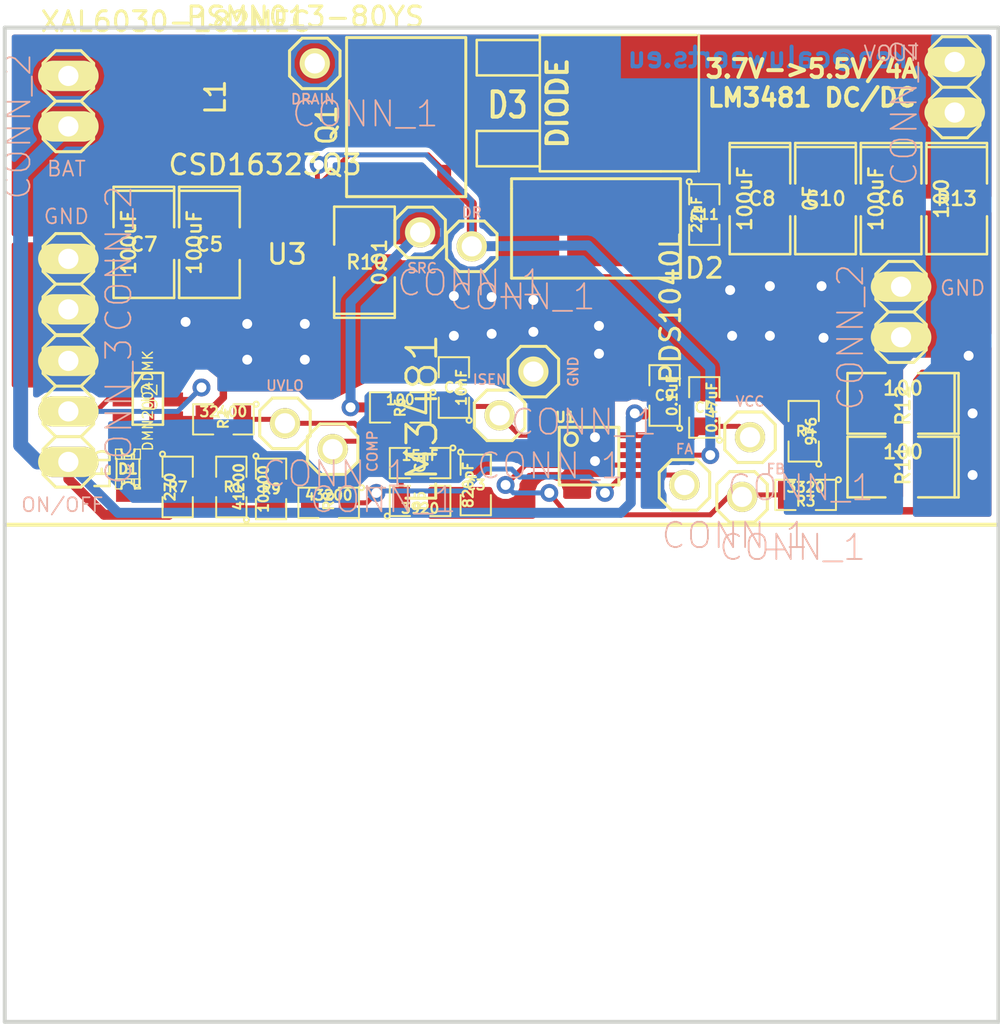
<source format=kicad_pcb>
(kicad_pcb (version 3) (host pcbnew "(2013-mar-13)-testing")

  (general
    (links 93)
    (no_connects 0)
    (area 11.58055 10.485 61.900001 61.900001)
    (thickness 1.6)
    (drawings 7)
    (tracks 306)
    (zones 0)
    (modules 47)
    (nets 18)
  )

  (page A4)
  (layers
    (15 F.Cu signal)
    (0 B.Cu signal)
    (16 B.Adhes user)
    (17 F.Adhes user)
    (18 B.Paste user)
    (19 F.Paste user)
    (20 B.SilkS user)
    (21 F.SilkS user)
    (22 B.Mask user)
    (23 F.Mask user)
    (24 Dwgs.User user)
    (25 Cmts.User user)
    (26 Eco1.User user)
    (27 Eco2.User user)
    (28 Edge.Cuts user)
  )

  (setup
    (last_trace_width 0.25)
    (user_trace_width 0.25)
    (user_trace_width 0.375)
    (user_trace_width 0.5)
    (user_trace_width 0.75)
    (user_trace_width 1)
    (trace_clearance 0.2)
    (zone_clearance 0.25)
    (zone_45_only no)
    (trace_min 0.25)
    (segment_width 0.2)
    (edge_width 0.2)
    (via_size 0.9)
    (via_drill 0.5)
    (via_min_size 0.9)
    (via_min_drill 0.5)
    (uvia_size 0.9)
    (uvia_drill 0.5)
    (uvias_allowed no)
    (uvia_min_size 0.9)
    (uvia_min_drill 0.5)
    (pcb_text_width 0.3)
    (pcb_text_size 1.5 1.5)
    (mod_edge_width 0.15)
    (mod_text_size 1.5 1.5)
    (mod_text_width 0.15)
    (pad_size 1.651 3.048)
    (pad_drill 0)
    (pad_to_mask_clearance 0.2)
    (aux_axis_origin 0 0)
    (visible_elements FFFEFFFF)
    (pcbplotparams
      (layerselection 3178497)
      (usegerberextensions true)
      (excludeedgelayer true)
      (linewidth 0.100000)
      (plotframeref false)
      (viasonmask false)
      (mode 1)
      (useauxorigin false)
      (hpglpennumber 1)
      (hpglpenspeed 20)
      (hpglpendiameter 15)
      (hpglpenoverlay 2)
      (psnegative false)
      (psa4output false)
      (plotreference true)
      (plotvalue true)
      (plotothertext true)
      (plotinvisibletext false)
      (padsonsilk false)
      (subtractmaskfromsilk false)
      (outputformat 1)
      (mirror false)
      (drillshape 1)
      (scaleselection 1)
      (outputdirectory ""))
  )

  (net 0 "")
  (net 1 +BATT)
  (net 2 /DR)
  (net 3 GND)
  (net 4 N-000001)
  (net 5 N-0000010)
  (net 6 N-0000012)
  (net 7 N-0000013)
  (net 8 N-0000014)
  (net 9 N-0000015)
  (net 10 N-0000016)
  (net 11 N-0000017)
  (net 12 N-000002)
  (net 13 N-000004)
  (net 14 N-000005)
  (net 15 N-000007)
  (net 16 N-000008)
  (net 17 VCC)

  (net_class Default "This is the default net class."
    (clearance 0.2)
    (trace_width 0.25)
    (via_dia 0.9)
    (via_drill 0.5)
    (uvia_dia 0.9)
    (uvia_drill 0.5)
    (add_net "")
    (add_net +BATT)
    (add_net /DR)
    (add_net GND)
    (add_net N-000001)
    (add_net N-0000010)
    (add_net N-0000012)
    (add_net N-0000013)
    (add_net N-0000014)
    (add_net N-0000015)
    (add_net N-0000016)
    (add_net N-0000017)
    (add_net N-000002)
    (add_net N-000004)
    (add_net N-000005)
    (add_net N-000007)
    (add_net N-000008)
    (add_net VCC)
  )

  (module SM0805 (layer F.Cu) (tedit 536993B9) (tstamp 5368F71C)
    (at 32.7 33.7 180)
    (path /5368E132)
    (attr smd)
    (fp_text reference C1 (at 0 0 270) (layer F.SilkS)
      (effects (font (size 0.50038 0.50038) (thickness 0.10922)))
    )
    (fp_text value 15nF (at 0 0.381 180) (layer F.SilkS)
      (effects (font (size 0.50038 0.50038) (thickness 0.10922)))
    )
    (fp_circle (center -1.651 0.762) (end -1.651 0.635) (layer F.SilkS) (width 0.09906))
    (fp_line (start -0.508 0.762) (end -1.524 0.762) (layer F.SilkS) (width 0.09906))
    (fp_line (start -1.524 0.762) (end -1.524 -0.762) (layer F.SilkS) (width 0.09906))
    (fp_line (start -1.524 -0.762) (end -0.508 -0.762) (layer F.SilkS) (width 0.09906))
    (fp_line (start 0.508 -0.762) (end 1.524 -0.762) (layer F.SilkS) (width 0.09906))
    (fp_line (start 1.524 -0.762) (end 1.524 0.762) (layer F.SilkS) (width 0.09906))
    (fp_line (start 1.524 0.762) (end 0.508 0.762) (layer F.SilkS) (width 0.09906))
    (pad 1 smd rect (at -0.9525 0 180) (size 0.889 1.397)
      (layers F.Cu F.Paste F.Mask)
      (net 10 N-0000016)
    )
    (pad 2 smd rect (at 0.9525 0 180) (size 0.889 1.397)
      (layers F.Cu F.Paste F.Mask)
      (net 11 N-0000017)
    )
    (model smd/chip_cms.wrl
      (at (xyz 0 0 0))
      (scale (xyz 0.1 0.1 0.1))
      (rotate (xyz 0 0 0))
    )
  )

  (module SM0805 (layer F.Cu) (tedit 53699405) (tstamp 5368F729)
    (at 34.4 29.9 90)
    (path /5368E382)
    (attr smd)
    (fp_text reference C2 (at 0 0 180) (layer F.SilkS)
      (effects (font (size 0.50038 0.50038) (thickness 0.10922)))
    )
    (fp_text value 10nF (at 0 0.381 90) (layer F.SilkS)
      (effects (font (size 0.50038 0.50038) (thickness 0.10922)))
    )
    (fp_circle (center -1.651 0.762) (end -1.651 0.635) (layer F.SilkS) (width 0.09906))
    (fp_line (start -0.508 0.762) (end -1.524 0.762) (layer F.SilkS) (width 0.09906))
    (fp_line (start -1.524 0.762) (end -1.524 -0.762) (layer F.SilkS) (width 0.09906))
    (fp_line (start -1.524 -0.762) (end -0.508 -0.762) (layer F.SilkS) (width 0.09906))
    (fp_line (start 0.508 -0.762) (end 1.524 -0.762) (layer F.SilkS) (width 0.09906))
    (fp_line (start 1.524 -0.762) (end 1.524 0.762) (layer F.SilkS) (width 0.09906))
    (fp_line (start 1.524 0.762) (end 0.508 0.762) (layer F.SilkS) (width 0.09906))
    (pad 1 smd rect (at -0.9525 0 90) (size 0.889 1.397)
      (layers F.Cu F.Paste F.Mask)
      (net 8 N-0000014)
    )
    (pad 2 smd rect (at 0.9525 0 90) (size 0.889 1.397)
      (layers F.Cu F.Paste F.Mask)
      (net 3 GND)
    )
    (model smd/chip_cms.wrl
      (at (xyz 0 0 0))
      (scale (xyz 0.1 0.1 0.1))
      (rotate (xyz 0 0 0))
    )
  )

  (module SM0805 (layer F.Cu) (tedit 536993BC) (tstamp 5368F736)
    (at 35.5 34.8 270)
    (path /5368E15A)
    (attr smd)
    (fp_text reference C3 (at 0 0 360) (layer F.SilkS)
      (effects (font (size 0.50038 0.50038) (thickness 0.10922)))
    )
    (fp_text value 820pF (at 0 0.381 270) (layer F.SilkS)
      (effects (font (size 0.50038 0.50038) (thickness 0.10922)))
    )
    (fp_circle (center -1.651 0.762) (end -1.651 0.635) (layer F.SilkS) (width 0.09906))
    (fp_line (start -0.508 0.762) (end -1.524 0.762) (layer F.SilkS) (width 0.09906))
    (fp_line (start -1.524 0.762) (end -1.524 -0.762) (layer F.SilkS) (width 0.09906))
    (fp_line (start -1.524 -0.762) (end -0.508 -0.762) (layer F.SilkS) (width 0.09906))
    (fp_line (start 0.508 -0.762) (end 1.524 -0.762) (layer F.SilkS) (width 0.09906))
    (fp_line (start 1.524 -0.762) (end 1.524 0.762) (layer F.SilkS) (width 0.09906))
    (fp_line (start 1.524 0.762) (end 0.508 0.762) (layer F.SilkS) (width 0.09906))
    (pad 1 smd rect (at -0.9525 0 270) (size 0.889 1.397)
      (layers F.Cu F.Paste F.Mask)
      (net 10 N-0000016)
    )
    (pad 2 smd rect (at 0.9525 0 270) (size 0.889 1.397)
      (layers F.Cu F.Paste F.Mask)
      (net 3 GND)
    )
    (model smd/chip_cms.wrl
      (at (xyz 0 0 0))
      (scale (xyz 0.1 0.1 0.1))
      (rotate (xyz 0 0 0))
    )
  )

  (module SM0805 (layer F.Cu) (tedit 536993C7) (tstamp 5368F743)
    (at 47 30.9 90)
    (path /5368DC4F)
    (attr smd)
    (fp_text reference C4 (at 0 0 180) (layer F.SilkS)
      (effects (font (size 0.50038 0.50038) (thickness 0.10922)))
    )
    (fp_text value 0.47uF (at 0 0.381 90) (layer F.SilkS)
      (effects (font (size 0.50038 0.50038) (thickness 0.10922)))
    )
    (fp_circle (center -1.651 0.762) (end -1.651 0.635) (layer F.SilkS) (width 0.09906))
    (fp_line (start -0.508 0.762) (end -1.524 0.762) (layer F.SilkS) (width 0.09906))
    (fp_line (start -1.524 0.762) (end -1.524 -0.762) (layer F.SilkS) (width 0.09906))
    (fp_line (start -1.524 -0.762) (end -0.508 -0.762) (layer F.SilkS) (width 0.09906))
    (fp_line (start 0.508 -0.762) (end 1.524 -0.762) (layer F.SilkS) (width 0.09906))
    (fp_line (start 1.524 -0.762) (end 1.524 0.762) (layer F.SilkS) (width 0.09906))
    (fp_line (start 1.524 0.762) (end 0.508 0.762) (layer F.SilkS) (width 0.09906))
    (pad 1 smd rect (at -0.9525 0 90) (size 0.889 1.397)
      (layers F.Cu F.Paste F.Mask)
      (net 15 N-000007)
    )
    (pad 2 smd rect (at 0.9525 0 90) (size 0.889 1.397)
      (layers F.Cu F.Paste F.Mask)
      (net 3 GND)
    )
    (model smd/chip_cms.wrl
      (at (xyz 0 0 0))
      (scale (xyz 0.1 0.1 0.1))
      (rotate (xyz 0 0 0))
    )
  )

  (module SM1210L (layer F.Cu) (tedit 53699356) (tstamp 5368F750)
    (at 22.1 22.6 270)
    (tags "CMS SM")
    (path /5368D786)
    (attr smd)
    (fp_text reference C5 (at 0.1 0 540) (layer F.SilkS)
      (effects (font (size 0.7 0.7) (thickness 0.127)))
    )
    (fp_text value 100uF (at 0 0.762 270) (layer F.SilkS)
      (effects (font (size 0.7 0.7) (thickness 0.127)))
    )
    (fp_line (start -2.794 -1.524) (end -2.794 1.524) (layer F.SilkS) (width 0.127))
    (fp_line (start 0.889 1.524) (end 2.794 1.524) (layer F.SilkS) (width 0.127))
    (fp_line (start 2.794 1.524) (end 2.794 -1.524) (layer F.SilkS) (width 0.127))
    (fp_line (start 2.794 -1.524) (end 0.889 -1.524) (layer F.SilkS) (width 0.127))
    (fp_line (start -0.762 -1.524) (end -2.794 -1.524) (layer F.SilkS) (width 0.127))
    (fp_line (start -2.594 -1.524) (end -2.594 1.524) (layer F.SilkS) (width 0.127))
    (fp_line (start -2.794 1.524) (end -0.762 1.524) (layer F.SilkS) (width 0.127))
    (pad 1 smd rect (at -1.778 0 270) (size 1.778 2.794)
      (layers F.Cu F.Paste F.Mask)
      (net 1 +BATT)
    )
    (pad 2 smd rect (at 1.778 0 270) (size 1.778 2.794)
      (layers F.Cu F.Paste F.Mask)
      (net 3 GND)
    )
    (model smd/chip_cms.wrl
      (at (xyz 0 0 0))
      (scale (xyz 0.2 0.2 0.2))
      (rotate (xyz 0 0 0))
    )
  )

  (module SM1210L (layer F.Cu) (tedit 536993DC) (tstamp 5368F75D)
    (at 56.4 20.4 270)
    (tags "CMS SM")
    (path /5368D837)
    (attr smd)
    (fp_text reference C6 (at 0 0 360) (layer F.SilkS)
      (effects (font (size 0.7 0.7) (thickness 0.127)))
    )
    (fp_text value 100uF (at 0 0.762 270) (layer F.SilkS)
      (effects (font (size 0.7 0.7) (thickness 0.127)))
    )
    (fp_line (start -2.794 -1.524) (end -2.794 1.524) (layer F.SilkS) (width 0.127))
    (fp_line (start 0.889 1.524) (end 2.794 1.524) (layer F.SilkS) (width 0.127))
    (fp_line (start 2.794 1.524) (end 2.794 -1.524) (layer F.SilkS) (width 0.127))
    (fp_line (start 2.794 -1.524) (end 0.889 -1.524) (layer F.SilkS) (width 0.127))
    (fp_line (start -0.762 -1.524) (end -2.794 -1.524) (layer F.SilkS) (width 0.127))
    (fp_line (start -2.594 -1.524) (end -2.594 1.524) (layer F.SilkS) (width 0.127))
    (fp_line (start -2.794 1.524) (end -0.762 1.524) (layer F.SilkS) (width 0.127))
    (pad 1 smd rect (at -1.778 0 270) (size 1.778 2.794)
      (layers F.Cu F.Paste F.Mask)
      (net 17 VCC)
    )
    (pad 2 smd rect (at 1.778 0 270) (size 1.778 2.794)
      (layers F.Cu F.Paste F.Mask)
      (net 3 GND)
    )
    (model smd/chip_cms.wrl
      (at (xyz 0 0 0))
      (scale (xyz 0.2 0.2 0.2))
      (rotate (xyz 0 0 0))
    )
  )

  (module SM1210L (layer F.Cu) (tedit 53699353) (tstamp 5368F76A)
    (at 18.8 22.6 270)
    (tags "CMS SM")
    (path /5368D795)
    (attr smd)
    (fp_text reference C7 (at 0.1 0 540) (layer F.SilkS)
      (effects (font (size 0.7 0.7) (thickness 0.127)))
    )
    (fp_text value 100uF (at 0 0.762 270) (layer F.SilkS)
      (effects (font (size 0.7 0.7) (thickness 0.127)))
    )
    (fp_line (start -2.794 -1.524) (end -2.794 1.524) (layer F.SilkS) (width 0.127))
    (fp_line (start 0.889 1.524) (end 2.794 1.524) (layer F.SilkS) (width 0.127))
    (fp_line (start 2.794 1.524) (end 2.794 -1.524) (layer F.SilkS) (width 0.127))
    (fp_line (start 2.794 -1.524) (end 0.889 -1.524) (layer F.SilkS) (width 0.127))
    (fp_line (start -0.762 -1.524) (end -2.794 -1.524) (layer F.SilkS) (width 0.127))
    (fp_line (start -2.594 -1.524) (end -2.594 1.524) (layer F.SilkS) (width 0.127))
    (fp_line (start -2.794 1.524) (end -0.762 1.524) (layer F.SilkS) (width 0.127))
    (pad 1 smd rect (at -1.778 0 270) (size 1.778 2.794)
      (layers F.Cu F.Paste F.Mask)
      (net 1 +BATT)
    )
    (pad 2 smd rect (at 1.778 0 270) (size 1.778 2.794)
      (layers F.Cu F.Paste F.Mask)
      (net 3 GND)
    )
    (model smd/chip_cms.wrl
      (at (xyz 0 0 0))
      (scale (xyz 0.2 0.2 0.2))
      (rotate (xyz 0 0 0))
    )
  )

  (module SM1210L (layer F.Cu) (tedit 536993E1) (tstamp 53697AB9)
    (at 49.8 20.4 270)
    (tags "CMS SM")
    (path /5368D83D)
    (attr smd)
    (fp_text reference C8 (at 0 -0.1 360) (layer F.SilkS)
      (effects (font (size 0.7 0.7) (thickness 0.127)))
    )
    (fp_text value 100uF (at 0 0.762 270) (layer F.SilkS)
      (effects (font (size 0.7 0.7) (thickness 0.127)))
    )
    (fp_line (start -2.794 -1.524) (end -2.794 1.524) (layer F.SilkS) (width 0.127))
    (fp_line (start 0.889 1.524) (end 2.794 1.524) (layer F.SilkS) (width 0.127))
    (fp_line (start 2.794 1.524) (end 2.794 -1.524) (layer F.SilkS) (width 0.127))
    (fp_line (start 2.794 -1.524) (end 0.889 -1.524) (layer F.SilkS) (width 0.127))
    (fp_line (start -0.762 -1.524) (end -2.794 -1.524) (layer F.SilkS) (width 0.127))
    (fp_line (start -2.594 -1.524) (end -2.594 1.524) (layer F.SilkS) (width 0.127))
    (fp_line (start -2.794 1.524) (end -0.762 1.524) (layer F.SilkS) (width 0.127))
    (pad 1 smd rect (at -1.778 0 270) (size 1.778 2.794)
      (layers F.Cu F.Paste F.Mask)
      (net 17 VCC)
    )
    (pad 2 smd rect (at 1.778 0 270) (size 1.778 2.794)
      (layers F.Cu F.Paste F.Mask)
      (net 3 GND)
    )
    (model smd/chip_cms.wrl
      (at (xyz 0 0 0))
      (scale (xyz 0.2 0.2 0.2))
      (rotate (xyz 0 0 0))
    )
  )

  (module SM0805 (layer F.Cu) (tedit 536993C4) (tstamp 5368F784)
    (at 45 30.3 90)
    (path /5368D7A4)
    (attr smd)
    (fp_text reference C9 (at 0 0 180) (layer F.SilkS)
      (effects (font (size 0.50038 0.50038) (thickness 0.10922)))
    )
    (fp_text value 0.1uF (at 0 0.381 90) (layer F.SilkS)
      (effects (font (size 0.50038 0.50038) (thickness 0.10922)))
    )
    (fp_circle (center -1.651 0.762) (end -1.651 0.635) (layer F.SilkS) (width 0.09906))
    (fp_line (start -0.508 0.762) (end -1.524 0.762) (layer F.SilkS) (width 0.09906))
    (fp_line (start -1.524 0.762) (end -1.524 -0.762) (layer F.SilkS) (width 0.09906))
    (fp_line (start -1.524 -0.762) (end -0.508 -0.762) (layer F.SilkS) (width 0.09906))
    (fp_line (start 0.508 -0.762) (end 1.524 -0.762) (layer F.SilkS) (width 0.09906))
    (fp_line (start 1.524 -0.762) (end 1.524 0.762) (layer F.SilkS) (width 0.09906))
    (fp_line (start 1.524 0.762) (end 0.508 0.762) (layer F.SilkS) (width 0.09906))
    (pad 1 smd rect (at -0.9525 0 90) (size 0.889 1.397)
      (layers F.Cu F.Paste F.Mask)
      (net 1 +BATT)
    )
    (pad 2 smd rect (at 0.9525 0 90) (size 0.889 1.397)
      (layers F.Cu F.Paste F.Mask)
      (net 3 GND)
    )
    (model smd/chip_cms.wrl
      (at (xyz 0 0 0))
      (scale (xyz 0.1 0.1 0.1))
      (rotate (xyz 0 0 0))
    )
  )

  (module SM1210L (layer F.Cu) (tedit 536993DF) (tstamp 53697A8F)
    (at 53.1 20.4 270)
    (tags "CMS SM")
    (path /5368D843)
    (attr smd)
    (fp_text reference C10 (at 0 0 360) (layer F.SilkS)
      (effects (font (size 0.7 0.7) (thickness 0.127)))
    )
    (fp_text value 0F (at 0 0.762 270) (layer F.SilkS)
      (effects (font (size 0.7 0.7) (thickness 0.127)))
    )
    (fp_line (start -2.794 -1.524) (end -2.794 1.524) (layer F.SilkS) (width 0.127))
    (fp_line (start 0.889 1.524) (end 2.794 1.524) (layer F.SilkS) (width 0.127))
    (fp_line (start 2.794 1.524) (end 2.794 -1.524) (layer F.SilkS) (width 0.127))
    (fp_line (start 2.794 -1.524) (end 0.889 -1.524) (layer F.SilkS) (width 0.127))
    (fp_line (start -0.762 -1.524) (end -2.794 -1.524) (layer F.SilkS) (width 0.127))
    (fp_line (start -2.594 -1.524) (end -2.594 1.524) (layer F.SilkS) (width 0.127))
    (fp_line (start -2.794 1.524) (end -0.762 1.524) (layer F.SilkS) (width 0.127))
    (pad 1 smd rect (at -1.778 0 270) (size 1.778 2.794)
      (layers F.Cu F.Paste F.Mask)
      (net 17 VCC)
    )
    (pad 2 smd rect (at 1.778 0 270) (size 1.778 2.794)
      (layers F.Cu F.Paste F.Mask)
      (net 3 GND)
    )
    (model smd/chip_cms.wrl
      (at (xyz 0 0 0))
      (scale (xyz 0.2 0.2 0.2))
      (rotate (xyz 0 0 0))
    )
  )

  (module SM0805 (layer F.Cu) (tedit 536993E6) (tstamp 53697AC7)
    (at 47 21.2 270)
    (path /5368DB85)
    (attr smd)
    (fp_text reference C11 (at 0 0 360) (layer F.SilkS)
      (effects (font (size 0.50038 0.50038) (thickness 0.10922)))
    )
    (fp_text value 22uF (at 0 0.381 270) (layer F.SilkS)
      (effects (font (size 0.50038 0.50038) (thickness 0.10922)))
    )
    (fp_circle (center -1.651 0.762) (end -1.651 0.635) (layer F.SilkS) (width 0.09906))
    (fp_line (start -0.508 0.762) (end -1.524 0.762) (layer F.SilkS) (width 0.09906))
    (fp_line (start -1.524 0.762) (end -1.524 -0.762) (layer F.SilkS) (width 0.09906))
    (fp_line (start -1.524 -0.762) (end -0.508 -0.762) (layer F.SilkS) (width 0.09906))
    (fp_line (start 0.508 -0.762) (end 1.524 -0.762) (layer F.SilkS) (width 0.09906))
    (fp_line (start 1.524 -0.762) (end 1.524 0.762) (layer F.SilkS) (width 0.09906))
    (fp_line (start 1.524 0.762) (end 0.508 0.762) (layer F.SilkS) (width 0.09906))
    (pad 1 smd rect (at -0.9525 0 270) (size 0.889 1.397)
      (layers F.Cu F.Paste F.Mask)
      (net 17 VCC)
    )
    (pad 2 smd rect (at 0.9525 0 270) (size 0.889 1.397)
      (layers F.Cu F.Paste F.Mask)
      (net 3 GND)
    )
    (model smd/chip_cms.wrl
      (at (xyz 0 0 0))
      (scale (xyz 0.1 0.1 0.1))
      (rotate (xyz 0 0 0))
    )
  )

  (module LED-0805 (layer F.Cu) (tedit 536995AE) (tstamp 5368F7D9)
    (at 18 34 270)
    (descr "LED 0805 smd package")
    (tags "LED 0805 SMD")
    (path /5368F4A2)
    (attr smd)
    (fp_text reference D1 (at 0 0 360) (layer F.SilkS)
      (effects (font (size 0.5 0.5) (thickness 0.125)))
    )
    (fp_text value LED (at 0 1.27 270) (layer F.SilkS)
      (effects (font (size 0.762 0.762) (thickness 0.127)))
    )
    (fp_line (start 0.49784 0.29972) (end 0.49784 0.62484) (layer F.SilkS) (width 0.06604))
    (fp_line (start 0.49784 0.62484) (end 0.99822 0.62484) (layer F.SilkS) (width 0.06604))
    (fp_line (start 0.99822 0.29972) (end 0.99822 0.62484) (layer F.SilkS) (width 0.06604))
    (fp_line (start 0.49784 0.29972) (end 0.99822 0.29972) (layer F.SilkS) (width 0.06604))
    (fp_line (start 0.49784 -0.32258) (end 0.49784 -0.17272) (layer F.SilkS) (width 0.06604))
    (fp_line (start 0.49784 -0.17272) (end 0.7493 -0.17272) (layer F.SilkS) (width 0.06604))
    (fp_line (start 0.7493 -0.32258) (end 0.7493 -0.17272) (layer F.SilkS) (width 0.06604))
    (fp_line (start 0.49784 -0.32258) (end 0.7493 -0.32258) (layer F.SilkS) (width 0.06604))
    (fp_line (start 0.49784 0.17272) (end 0.49784 0.32258) (layer F.SilkS) (width 0.06604))
    (fp_line (start 0.49784 0.32258) (end 0.7493 0.32258) (layer F.SilkS) (width 0.06604))
    (fp_line (start 0.7493 0.17272) (end 0.7493 0.32258) (layer F.SilkS) (width 0.06604))
    (fp_line (start 0.49784 0.17272) (end 0.7493 0.17272) (layer F.SilkS) (width 0.06604))
    (fp_line (start 0.49784 -0.19812) (end 0.49784 0.19812) (layer F.SilkS) (width 0.06604))
    (fp_line (start 0.49784 0.19812) (end 0.6731 0.19812) (layer F.SilkS) (width 0.06604))
    (fp_line (start 0.6731 -0.19812) (end 0.6731 0.19812) (layer F.SilkS) (width 0.06604))
    (fp_line (start 0.49784 -0.19812) (end 0.6731 -0.19812) (layer F.SilkS) (width 0.06604))
    (fp_line (start -0.99822 0.29972) (end -0.99822 0.62484) (layer F.SilkS) (width 0.06604))
    (fp_line (start -0.99822 0.62484) (end -0.49784 0.62484) (layer F.SilkS) (width 0.06604))
    (fp_line (start -0.49784 0.29972) (end -0.49784 0.62484) (layer F.SilkS) (width 0.06604))
    (fp_line (start -0.99822 0.29972) (end -0.49784 0.29972) (layer F.SilkS) (width 0.06604))
    (fp_line (start -0.99822 -0.62484) (end -0.99822 -0.29972) (layer F.SilkS) (width 0.06604))
    (fp_line (start -0.99822 -0.29972) (end -0.49784 -0.29972) (layer F.SilkS) (width 0.06604))
    (fp_line (start -0.49784 -0.62484) (end -0.49784 -0.29972) (layer F.SilkS) (width 0.06604))
    (fp_line (start -0.99822 -0.62484) (end -0.49784 -0.62484) (layer F.SilkS) (width 0.06604))
    (fp_line (start -0.7493 0.17272) (end -0.7493 0.32258) (layer F.SilkS) (width 0.06604))
    (fp_line (start -0.7493 0.32258) (end -0.49784 0.32258) (layer F.SilkS) (width 0.06604))
    (fp_line (start -0.49784 0.17272) (end -0.49784 0.32258) (layer F.SilkS) (width 0.06604))
    (fp_line (start -0.7493 0.17272) (end -0.49784 0.17272) (layer F.SilkS) (width 0.06604))
    (fp_line (start -0.7493 -0.32258) (end -0.7493 -0.17272) (layer F.SilkS) (width 0.06604))
    (fp_line (start -0.7493 -0.17272) (end -0.49784 -0.17272) (layer F.SilkS) (width 0.06604))
    (fp_line (start -0.49784 -0.32258) (end -0.49784 -0.17272) (layer F.SilkS) (width 0.06604))
    (fp_line (start -0.7493 -0.32258) (end -0.49784 -0.32258) (layer F.SilkS) (width 0.06604))
    (fp_line (start -0.6731 -0.19812) (end -0.6731 0.19812) (layer F.SilkS) (width 0.06604))
    (fp_line (start -0.6731 0.19812) (end -0.49784 0.19812) (layer F.SilkS) (width 0.06604))
    (fp_line (start -0.49784 -0.19812) (end -0.49784 0.19812) (layer F.SilkS) (width 0.06604))
    (fp_line (start -0.6731 -0.19812) (end -0.49784 -0.19812) (layer F.SilkS) (width 0.06604))
    (fp_line (start 0 -0.09906) (end 0 0.09906) (layer F.SilkS) (width 0.06604))
    (fp_line (start 0 0.09906) (end 0.19812 0.09906) (layer F.SilkS) (width 0.06604))
    (fp_line (start 0.19812 -0.09906) (end 0.19812 0.09906) (layer F.SilkS) (width 0.06604))
    (fp_line (start 0 -0.09906) (end 0.19812 -0.09906) (layer F.SilkS) (width 0.06604))
    (fp_line (start 0.49784 -0.59944) (end 0.49784 -0.29972) (layer F.SilkS) (width 0.06604))
    (fp_line (start 0.49784 -0.29972) (end 0.79756 -0.29972) (layer F.SilkS) (width 0.06604))
    (fp_line (start 0.79756 -0.59944) (end 0.79756 -0.29972) (layer F.SilkS) (width 0.06604))
    (fp_line (start 0.49784 -0.59944) (end 0.79756 -0.59944) (layer F.SilkS) (width 0.06604))
    (fp_line (start 0.92456 -0.62484) (end 0.92456 -0.39878) (layer F.SilkS) (width 0.06604))
    (fp_line (start 0.92456 -0.39878) (end 0.99822 -0.39878) (layer F.SilkS) (width 0.06604))
    (fp_line (start 0.99822 -0.62484) (end 0.99822 -0.39878) (layer F.SilkS) (width 0.06604))
    (fp_line (start 0.92456 -0.62484) (end 0.99822 -0.62484) (layer F.SilkS) (width 0.06604))
    (fp_line (start 0.52324 0.57404) (end -0.52324 0.57404) (layer F.SilkS) (width 0.1016))
    (fp_line (start -0.49784 -0.57404) (end 0.92456 -0.57404) (layer F.SilkS) (width 0.1016))
    (fp_circle (center 0.84836 -0.44958) (end 0.89916 -0.50038) (layer F.SilkS) (width 0.0508))
    (fp_arc (start 0.99822 0) (end 0.99822 0.34798) (angle 180) (layer F.SilkS) (width 0.1016))
    (fp_arc (start -0.99822 0) (end -0.99822 -0.34798) (angle 180) (layer F.SilkS) (width 0.1016))
    (pad 1 smd rect (at -1.04902 0 270) (size 1.19888 1.19888)
      (layers F.Cu F.Paste F.Mask)
      (net 12 N-000002)
    )
    (pad 2 smd rect (at 1.04902 0 270) (size 1.19888 1.19888)
      (layers F.Cu F.Paste F.Mask)
      (net 13 N-000004)
    )
  )

  (module DPAK2 (layer F.Cu) (tedit 536993F8) (tstamp 5368F7EB)
    (at 37.2 15.6 270)
    (descr "MOS boitier DPACK G-D-S")
    (tags "CMD DPACK")
    (path /53690372)
    (attr smd)
    (fp_text reference D3 (at 0.1 0.1 360) (layer F.SilkS)
      (effects (font (size 1.27 1.016) (thickness 0.2032)))
    )
    (fp_text value DIODE (at 0 -2.413 270) (layer F.SilkS)
      (effects (font (size 1.016 1.016) (thickness 0.2032)))
    )
    (fp_line (start 1.397 -1.524) (end 1.397 1.651) (layer F.SilkS) (width 0.127))
    (fp_line (start 1.397 1.651) (end 3.175 1.651) (layer F.SilkS) (width 0.127))
    (fp_line (start 3.175 1.651) (end 3.175 -1.524) (layer F.SilkS) (width 0.127))
    (fp_line (start -3.175 -1.524) (end -3.175 1.651) (layer F.SilkS) (width 0.127))
    (fp_line (start -3.175 1.651) (end -1.397 1.651) (layer F.SilkS) (width 0.127))
    (fp_line (start -1.397 1.651) (end -1.397 -1.524) (layer F.SilkS) (width 0.127))
    (fp_line (start 3.429 -7.62) (end 3.429 -1.524) (layer F.SilkS) (width 0.127))
    (fp_line (start 3.429 -1.524) (end -3.429 -1.524) (layer F.SilkS) (width 0.127))
    (fp_line (start -3.429 -1.524) (end -3.429 -9.398) (layer F.SilkS) (width 0.127))
    (fp_line (start -3.429 -9.525) (end 3.429 -9.525) (layer F.SilkS) (width 0.127))
    (fp_line (start 3.429 -9.398) (end 3.429 -7.62) (layer F.SilkS) (width 0.127))
    (pad 1 smd rect (at -2.286 0 270) (size 1.651 3.048)
      (layers F.Cu F.Paste F.Mask)
      (net 16 N-000008)
    )
    (pad 2 smd rect (at 0 -6.35 270) (size 6.096 6.096)
      (layers F.Cu F.Paste F.Mask)
      (net 17 VCC)
    )
    (pad 3 smd rect (at 2.286 0 270) (size 1.651 3.048)
      (layers F.Cu F.Paste F.Mask)
      (net 16 N-000008)
    )
    (model smd/dpack_2.wrl
      (at (xyz 0 0 0))
      (scale (xyz 1 1 1))
      (rotate (xyz 0 0 0))
    )
  )

  (module SM0805 (layer F.Cu) (tedit 536993A7) (tstamp 53696517)
    (at 23.2 34.9 90)
    (path /5368DE03)
    (attr smd)
    (fp_text reference R1 (at 0 0.1 180) (layer F.SilkS)
      (effects (font (size 0.50038 0.50038) (thickness 0.10922)))
    )
    (fp_text value 41200 (at 0 0.381 90) (layer F.SilkS)
      (effects (font (size 0.50038 0.50038) (thickness 0.10922)))
    )
    (fp_circle (center -1.651 0.762) (end -1.651 0.635) (layer F.SilkS) (width 0.09906))
    (fp_line (start -0.508 0.762) (end -1.524 0.762) (layer F.SilkS) (width 0.09906))
    (fp_line (start -1.524 0.762) (end -1.524 -0.762) (layer F.SilkS) (width 0.09906))
    (fp_line (start -1.524 -0.762) (end -0.508 -0.762) (layer F.SilkS) (width 0.09906))
    (fp_line (start 0.508 -0.762) (end 1.524 -0.762) (layer F.SilkS) (width 0.09906))
    (fp_line (start 1.524 -0.762) (end 1.524 0.762) (layer F.SilkS) (width 0.09906))
    (fp_line (start 1.524 0.762) (end 0.508 0.762) (layer F.SilkS) (width 0.09906))
    (pad 1 smd rect (at -0.9525 0 90) (size 0.889 1.397)
      (layers F.Cu F.Paste F.Mask)
      (net 1 +BATT)
    )
    (pad 2 smd rect (at 0.9525 0 90) (size 0.889 1.397)
      (layers F.Cu F.Paste F.Mask)
      (net 14 N-000005)
    )
    (model smd/chip_cms.wrl
      (at (xyz 0 0 0))
      (scale (xyz 0.1 0.1 0.1))
      (rotate (xyz 0 0 0))
    )
  )

  (module SM0805 (layer F.Cu) (tedit 53699598) (tstamp 5368F805)
    (at 22.8 31.5 180)
    (path /5368DE12)
    (attr smd)
    (fp_text reference R2 (at 0 0 270) (layer F.SilkS)
      (effects (font (size 0.50038 0.50038) (thickness 0.10922)))
    )
    (fp_text value 32400 (at 0 0.381 180) (layer F.SilkS)
      (effects (font (size 0.50038 0.50038) (thickness 0.10922)))
    )
    (fp_circle (center -1.651 0.762) (end -1.651 0.635) (layer F.SilkS) (width 0.09906))
    (fp_line (start -0.508 0.762) (end -1.524 0.762) (layer F.SilkS) (width 0.09906))
    (fp_line (start -1.524 0.762) (end -1.524 -0.762) (layer F.SilkS) (width 0.09906))
    (fp_line (start -1.524 -0.762) (end -0.508 -0.762) (layer F.SilkS) (width 0.09906))
    (fp_line (start 0.508 -0.762) (end 1.524 -0.762) (layer F.SilkS) (width 0.09906))
    (fp_line (start 1.524 -0.762) (end 1.524 0.762) (layer F.SilkS) (width 0.09906))
    (fp_line (start 1.524 0.762) (end 0.508 0.762) (layer F.SilkS) (width 0.09906))
    (pad 1 smd rect (at -0.9525 0 180) (size 0.889 1.397)
      (layers F.Cu F.Paste F.Mask)
      (net 14 N-000005)
    )
    (pad 2 smd rect (at 0.9525 0 180) (size 0.889 1.397)
      (layers F.Cu F.Paste F.Mask)
      (net 3 GND)
    )
    (model smd/chip_cms.wrl
      (at (xyz 0 0 0))
      (scale (xyz 0.1 0.1 0.1))
      (rotate (xyz 0 0 0))
    )
  )

  (module SM0805 (layer F.Cu) (tedit 5091495C) (tstamp 5368F812)
    (at 52.1 35.3 180)
    (path /5368DCB3)
    (attr smd)
    (fp_text reference R3 (at 0 -0.3175 180) (layer F.SilkS)
      (effects (font (size 0.50038 0.50038) (thickness 0.10922)))
    )
    (fp_text value 3320 (at 0 0.381 180) (layer F.SilkS)
      (effects (font (size 0.50038 0.50038) (thickness 0.10922)))
    )
    (fp_circle (center -1.651 0.762) (end -1.651 0.635) (layer F.SilkS) (width 0.09906))
    (fp_line (start -0.508 0.762) (end -1.524 0.762) (layer F.SilkS) (width 0.09906))
    (fp_line (start -1.524 0.762) (end -1.524 -0.762) (layer F.SilkS) (width 0.09906))
    (fp_line (start -1.524 -0.762) (end -0.508 -0.762) (layer F.SilkS) (width 0.09906))
    (fp_line (start 0.508 -0.762) (end 1.524 -0.762) (layer F.SilkS) (width 0.09906))
    (fp_line (start 1.524 -0.762) (end 1.524 0.762) (layer F.SilkS) (width 0.09906))
    (fp_line (start 1.524 0.762) (end 0.508 0.762) (layer F.SilkS) (width 0.09906))
    (pad 1 smd rect (at -0.9525 0 180) (size 0.889 1.397)
      (layers F.Cu F.Paste F.Mask)
      (net 17 VCC)
    )
    (pad 2 smd rect (at 0.9525 0 180) (size 0.889 1.397)
      (layers F.Cu F.Paste F.Mask)
      (net 7 N-0000013)
    )
    (model smd/chip_cms.wrl
      (at (xyz 0 0 0))
      (scale (xyz 0.1 0.1 0.1))
      (rotate (xyz 0 0 0))
    )
  )

  (module SM0805 (layer F.Cu) (tedit 536993C9) (tstamp 5368F81F)
    (at 52 32.1 90)
    (path /5368DCC2)
    (attr smd)
    (fp_text reference R4 (at 0 0.1 180) (layer F.SilkS)
      (effects (font (size 0.50038 0.50038) (thickness 0.10922)))
    )
    (fp_text value 976 (at 0 0.381 90) (layer F.SilkS)
      (effects (font (size 0.50038 0.50038) (thickness 0.10922)))
    )
    (fp_circle (center -1.651 0.762) (end -1.651 0.635) (layer F.SilkS) (width 0.09906))
    (fp_line (start -0.508 0.762) (end -1.524 0.762) (layer F.SilkS) (width 0.09906))
    (fp_line (start -1.524 0.762) (end -1.524 -0.762) (layer F.SilkS) (width 0.09906))
    (fp_line (start -1.524 -0.762) (end -0.508 -0.762) (layer F.SilkS) (width 0.09906))
    (fp_line (start 0.508 -0.762) (end 1.524 -0.762) (layer F.SilkS) (width 0.09906))
    (fp_line (start 1.524 -0.762) (end 1.524 0.762) (layer F.SilkS) (width 0.09906))
    (fp_line (start 1.524 0.762) (end 0.508 0.762) (layer F.SilkS) (width 0.09906))
    (pad 1 smd rect (at -0.9525 0 90) (size 0.889 1.397)
      (layers F.Cu F.Paste F.Mask)
      (net 7 N-0000013)
    )
    (pad 2 smd rect (at 0.9525 0 90) (size 0.889 1.397)
      (layers F.Cu F.Paste F.Mask)
      (net 3 GND)
    )
    (model smd/chip_cms.wrl
      (at (xyz 0 0 0))
      (scale (xyz 0.1 0.1 0.1))
      (rotate (xyz 0 0 0))
    )
  )

  (module SM0805 (layer F.Cu) (tedit 536993B7) (tstamp 5368F82C)
    (at 32.7 35.6)
    (path /5368E12C)
    (attr smd)
    (fp_text reference R5 (at 0 0 90) (layer F.SilkS)
      (effects (font (size 0.50038 0.50038) (thickness 0.10922)))
    )
    (fp_text value 3920 (at 0 0.381) (layer F.SilkS)
      (effects (font (size 0.50038 0.50038) (thickness 0.10922)))
    )
    (fp_circle (center -1.651 0.762) (end -1.651 0.635) (layer F.SilkS) (width 0.09906))
    (fp_line (start -0.508 0.762) (end -1.524 0.762) (layer F.SilkS) (width 0.09906))
    (fp_line (start -1.524 0.762) (end -1.524 -0.762) (layer F.SilkS) (width 0.09906))
    (fp_line (start -1.524 -0.762) (end -0.508 -0.762) (layer F.SilkS) (width 0.09906))
    (fp_line (start 0.508 -0.762) (end 1.524 -0.762) (layer F.SilkS) (width 0.09906))
    (fp_line (start 1.524 -0.762) (end 1.524 0.762) (layer F.SilkS) (width 0.09906))
    (fp_line (start 1.524 0.762) (end 0.508 0.762) (layer F.SilkS) (width 0.09906))
    (pad 1 smd rect (at -0.9525 0) (size 0.889 1.397)
      (layers F.Cu F.Paste F.Mask)
      (net 11 N-0000017)
    )
    (pad 2 smd rect (at 0.9525 0) (size 0.889 1.397)
      (layers F.Cu F.Paste F.Mask)
      (net 3 GND)
    )
    (model smd/chip_cms.wrl
      (at (xyz 0 0 0))
      (scale (xyz 0.1 0.1 0.1))
      (rotate (xyz 0 0 0))
    )
  )

  (module SM0805 (layer F.Cu) (tedit 5369940A) (tstamp 5368F839)
    (at 31.7 30.9 180)
    (path /5368E37C)
    (attr smd)
    (fp_text reference R6 (at 0 0 270) (layer F.SilkS)
      (effects (font (size 0.50038 0.50038) (thickness 0.10922)))
    )
    (fp_text value 100 (at 0 0.381 180) (layer F.SilkS)
      (effects (font (size 0.50038 0.50038) (thickness 0.10922)))
    )
    (fp_circle (center -1.651 0.762) (end -1.651 0.635) (layer F.SilkS) (width 0.09906))
    (fp_line (start -0.508 0.762) (end -1.524 0.762) (layer F.SilkS) (width 0.09906))
    (fp_line (start -1.524 0.762) (end -1.524 -0.762) (layer F.SilkS) (width 0.09906))
    (fp_line (start -1.524 -0.762) (end -0.508 -0.762) (layer F.SilkS) (width 0.09906))
    (fp_line (start 0.508 -0.762) (end 1.524 -0.762) (layer F.SilkS) (width 0.09906))
    (fp_line (start 1.524 -0.762) (end 1.524 0.762) (layer F.SilkS) (width 0.09906))
    (fp_line (start 1.524 0.762) (end 0.508 0.762) (layer F.SilkS) (width 0.09906))
    (pad 1 smd rect (at -0.9525 0 180) (size 0.889 1.397)
      (layers F.Cu F.Paste F.Mask)
      (net 8 N-0000014)
    )
    (pad 2 smd rect (at 0.9525 0 180) (size 0.889 1.397)
      (layers F.Cu F.Paste F.Mask)
      (net 9 N-0000015)
    )
    (model smd/chip_cms.wrl
      (at (xyz 0 0 0))
      (scale (xyz 0.1 0.1 0.1))
      (rotate (xyz 0 0 0))
    )
  )

  (module SM0805 (layer F.Cu) (tedit 536993A4) (tstamp 5368F846)
    (at 20.5 34.9 270)
    (path /5368F5B2)
    (attr smd)
    (fp_text reference R7 (at 0 0 360) (layer F.SilkS)
      (effects (font (size 0.50038 0.50038) (thickness 0.10922)))
    )
    (fp_text value 270 (at 0 0.381 270) (layer F.SilkS)
      (effects (font (size 0.50038 0.50038) (thickness 0.10922)))
    )
    (fp_circle (center -1.651 0.762) (end -1.651 0.635) (layer F.SilkS) (width 0.09906))
    (fp_line (start -0.508 0.762) (end -1.524 0.762) (layer F.SilkS) (width 0.09906))
    (fp_line (start -1.524 0.762) (end -1.524 -0.762) (layer F.SilkS) (width 0.09906))
    (fp_line (start -1.524 -0.762) (end -0.508 -0.762) (layer F.SilkS) (width 0.09906))
    (fp_line (start 0.508 -0.762) (end 1.524 -0.762) (layer F.SilkS) (width 0.09906))
    (fp_line (start 1.524 -0.762) (end 1.524 0.762) (layer F.SilkS) (width 0.09906))
    (fp_line (start 1.524 0.762) (end 0.508 0.762) (layer F.SilkS) (width 0.09906))
    (pad 1 smd rect (at -0.9525 0 270) (size 0.889 1.397)
      (layers F.Cu F.Paste F.Mask)
      (net 13 N-000004)
    )
    (pad 2 smd rect (at 0.9525 0 270) (size 0.889 1.397)
      (layers F.Cu F.Paste F.Mask)
      (net 1 +BATT)
    )
    (model smd/chip_cms.wrl
      (at (xyz 0 0 0))
      (scale (xyz 0.1 0.1 0.1))
      (rotate (xyz 0 0 0))
    )
  )

  (module SM0805 (layer F.Cu) (tedit 536993B2) (tstamp 5368F853)
    (at 28.1 35.7 180)
    (path /5368E29C)
    (attr smd)
    (fp_text reference R8 (at 0 0.1 270) (layer F.SilkS)
      (effects (font (size 0.50038 0.50038) (thickness 0.10922)))
    )
    (fp_text value 43200 (at 0 0.381 180) (layer F.SilkS)
      (effects (font (size 0.50038 0.50038) (thickness 0.10922)))
    )
    (fp_circle (center -1.651 0.762) (end -1.651 0.635) (layer F.SilkS) (width 0.09906))
    (fp_line (start -0.508 0.762) (end -1.524 0.762) (layer F.SilkS) (width 0.09906))
    (fp_line (start -1.524 0.762) (end -1.524 -0.762) (layer F.SilkS) (width 0.09906))
    (fp_line (start -1.524 -0.762) (end -0.508 -0.762) (layer F.SilkS) (width 0.09906))
    (fp_line (start 0.508 -0.762) (end 1.524 -0.762) (layer F.SilkS) (width 0.09906))
    (fp_line (start 1.524 -0.762) (end 1.524 0.762) (layer F.SilkS) (width 0.09906))
    (fp_line (start 1.524 0.762) (end 0.508 0.762) (layer F.SilkS) (width 0.09906))
    (pad 1 smd rect (at -0.9525 0 180) (size 0.889 1.397)
      (layers F.Cu F.Paste F.Mask)
      (net 6 N-0000012)
    )
    (pad 2 smd rect (at 0.9525 0 180) (size 0.889 1.397)
      (layers F.Cu F.Paste F.Mask)
      (net 4 N-000001)
    )
    (model smd/chip_cms.wrl
      (at (xyz 0 0 0))
      (scale (xyz 0.1 0.1 0.1))
      (rotate (xyz 0 0 0))
    )
  )

  (module SM0805 (layer F.Cu) (tedit 536993AF) (tstamp 5368F860)
    (at 25.2 35 270)
    (path /5368EDF3)
    (attr smd)
    (fp_text reference R9 (at 0 0 360) (layer F.SilkS)
      (effects (font (size 0.50038 0.50038) (thickness 0.10922)))
    )
    (fp_text value 10000 (at 0 0.381 270) (layer F.SilkS)
      (effects (font (size 0.50038 0.50038) (thickness 0.10922)))
    )
    (fp_circle (center -1.651 0.762) (end -1.651 0.635) (layer F.SilkS) (width 0.09906))
    (fp_line (start -0.508 0.762) (end -1.524 0.762) (layer F.SilkS) (width 0.09906))
    (fp_line (start -1.524 0.762) (end -1.524 -0.762) (layer F.SilkS) (width 0.09906))
    (fp_line (start -1.524 -0.762) (end -0.508 -0.762) (layer F.SilkS) (width 0.09906))
    (fp_line (start 0.508 -0.762) (end 1.524 -0.762) (layer F.SilkS) (width 0.09906))
    (fp_line (start 1.524 -0.762) (end 1.524 0.762) (layer F.SilkS) (width 0.09906))
    (fp_line (start 1.524 0.762) (end 0.508 0.762) (layer F.SilkS) (width 0.09906))
    (pad 1 smd rect (at -0.9525 0 270) (size 0.889 1.397)
      (layers F.Cu F.Paste F.Mask)
      (net 4 N-000001)
    )
    (pad 2 smd rect (at 0.9525 0 270) (size 0.889 1.397)
      (layers F.Cu F.Paste F.Mask)
      (net 1 +BATT)
    )
    (model smd/chip_cms.wrl
      (at (xyz 0 0 0))
      (scale (xyz 0.1 0.1 0.1))
      (rotate (xyz 0 0 0))
    )
  )

  (module SM1210L (layer F.Cu) (tedit 5369935A) (tstamp 5368F86D)
    (at 29.9 23.6 90)
    (tags "CMS SM")
    (path /5368E3FA)
    (attr smd)
    (fp_text reference R10 (at 0 0.1 180) (layer F.SilkS)
      (effects (font (size 0.7 0.7) (thickness 0.127)))
    )
    (fp_text value 0.01 (at 0 0.762 90) (layer F.SilkS)
      (effects (font (size 0.7 0.7) (thickness 0.127)))
    )
    (fp_line (start -2.794 -1.524) (end -2.794 1.524) (layer F.SilkS) (width 0.127))
    (fp_line (start 0.889 1.524) (end 2.794 1.524) (layer F.SilkS) (width 0.127))
    (fp_line (start 2.794 1.524) (end 2.794 -1.524) (layer F.SilkS) (width 0.127))
    (fp_line (start 2.794 -1.524) (end 0.889 -1.524) (layer F.SilkS) (width 0.127))
    (fp_line (start -0.762 -1.524) (end -2.794 -1.524) (layer F.SilkS) (width 0.127))
    (fp_line (start -2.594 -1.524) (end -2.594 1.524) (layer F.SilkS) (width 0.127))
    (fp_line (start -2.794 1.524) (end -0.762 1.524) (layer F.SilkS) (width 0.127))
    (pad 1 smd rect (at -1.778 0 90) (size 1.778 2.794)
      (layers F.Cu F.Paste F.Mask)
      (net 3 GND)
    )
    (pad 2 smd rect (at 1.778 0 90) (size 1.778 2.794)
      (layers F.Cu F.Paste F.Mask)
      (net 9 N-0000015)
    )
    (model smd/chip_cms.wrl
      (at (xyz 0 0 0))
      (scale (xyz 0.2 0.2 0.2))
      (rotate (xyz 0 0 0))
    )
  )

  (module SM1210L (layer F.Cu) (tedit 536993D1) (tstamp 53697AD5)
    (at 57 33.9 180)
    (tags "CMS SM")
    (path /5368EF23)
    (attr smd)
    (fp_text reference R11 (at 0 0.1 270) (layer F.SilkS)
      (effects (font (size 0.7 0.7) (thickness 0.127)))
    )
    (fp_text value 100 (at 0 0.762 180) (layer F.SilkS)
      (effects (font (size 0.7 0.7) (thickness 0.127)))
    )
    (fp_line (start -2.794 -1.524) (end -2.794 1.524) (layer F.SilkS) (width 0.127))
    (fp_line (start 0.889 1.524) (end 2.794 1.524) (layer F.SilkS) (width 0.127))
    (fp_line (start 2.794 1.524) (end 2.794 -1.524) (layer F.SilkS) (width 0.127))
    (fp_line (start 2.794 -1.524) (end 0.889 -1.524) (layer F.SilkS) (width 0.127))
    (fp_line (start -0.762 -1.524) (end -2.794 -1.524) (layer F.SilkS) (width 0.127))
    (fp_line (start -2.594 -1.524) (end -2.594 1.524) (layer F.SilkS) (width 0.127))
    (fp_line (start -2.794 1.524) (end -0.762 1.524) (layer F.SilkS) (width 0.127))
    (pad 1 smd rect (at -1.778 0 180) (size 1.778 2.794)
      (layers F.Cu F.Paste F.Mask)
      (net 17 VCC)
    )
    (pad 2 smd rect (at 1.778 0 180) (size 1.778 2.794)
      (layers F.Cu F.Paste F.Mask)
      (net 3 GND)
    )
    (model smd/chip_cms.wrl
      (at (xyz 0 0 0))
      (scale (xyz 0.2 0.2 0.2))
      (rotate (xyz 0 0 0))
    )
  )

  (module SM1210L (layer F.Cu) (tedit 536993CF) (tstamp 536973C4)
    (at 57 30.7 180)
    (tags "CMS SM")
    (path /5368FD31)
    (attr smd)
    (fp_text reference R12 (at 0 -0.1 270) (layer F.SilkS)
      (effects (font (size 0.7 0.7) (thickness 0.127)))
    )
    (fp_text value 100 (at 0 0.762 180) (layer F.SilkS)
      (effects (font (size 0.7 0.7) (thickness 0.127)))
    )
    (fp_line (start -2.794 -1.524) (end -2.794 1.524) (layer F.SilkS) (width 0.127))
    (fp_line (start 0.889 1.524) (end 2.794 1.524) (layer F.SilkS) (width 0.127))
    (fp_line (start 2.794 1.524) (end 2.794 -1.524) (layer F.SilkS) (width 0.127))
    (fp_line (start 2.794 -1.524) (end 0.889 -1.524) (layer F.SilkS) (width 0.127))
    (fp_line (start -0.762 -1.524) (end -2.794 -1.524) (layer F.SilkS) (width 0.127))
    (fp_line (start -2.594 -1.524) (end -2.594 1.524) (layer F.SilkS) (width 0.127))
    (fp_line (start -2.794 1.524) (end -0.762 1.524) (layer F.SilkS) (width 0.127))
    (pad 1 smd rect (at -1.778 0 180) (size 1.778 2.794)
      (layers F.Cu F.Paste F.Mask)
      (net 17 VCC)
    )
    (pad 2 smd rect (at 1.778 0 180) (size 1.778 2.794)
      (layers F.Cu F.Paste F.Mask)
      (net 3 GND)
    )
    (model smd/chip_cms.wrl
      (at (xyz 0 0 0))
      (scale (xyz 0.2 0.2 0.2))
      (rotate (xyz 0 0 0))
    )
  )

  (module SM1210L (layer F.Cu) (tedit 536994B3) (tstamp 53697AAB)
    (at 59.7 20.4 270)
    (tags "CMS SM")
    (path /5368FD37)
    (attr smd)
    (fp_text reference R13 (at 0 0 360) (layer F.SilkS)
      (effects (font (size 0.7 0.7) (thickness 0.127)))
    )
    (fp_text value 100 (at 0 0.762 270) (layer F.SilkS)
      (effects (font (size 0.7 0.7) (thickness 0.127)))
    )
    (fp_line (start -2.794 -1.524) (end -2.794 1.524) (layer F.SilkS) (width 0.127))
    (fp_line (start 0.889 1.524) (end 2.794 1.524) (layer F.SilkS) (width 0.127))
    (fp_line (start 2.794 1.524) (end 2.794 -1.524) (layer F.SilkS) (width 0.127))
    (fp_line (start 2.794 -1.524) (end 0.889 -1.524) (layer F.SilkS) (width 0.127))
    (fp_line (start -0.762 -1.524) (end -2.794 -1.524) (layer F.SilkS) (width 0.127))
    (fp_line (start -2.594 -1.524) (end -2.594 1.524) (layer F.SilkS) (width 0.127))
    (fp_line (start -2.794 1.524) (end -0.762 1.524) (layer F.SilkS) (width 0.127))
    (pad 1 smd rect (at -1.778 0 270) (size 1.778 2.794)
      (layers F.Cu F.Paste F.Mask)
      (net 17 VCC)
    )
    (pad 2 smd rect (at 1.778 0 270) (size 1.778 2.794)
      (layers F.Cu F.Paste F.Mask)
      (net 3 GND)
    )
    (model smd/chip_cms.wrl
      (at (xyz 0 0 0))
      (scale (xyz 0.2 0.2 0.2))
      (rotate (xyz 0 0 0))
    )
  )

  (module SOT23_6 (layer F.Cu) (tedit 53699392) (tstamp 5368F8BD)
    (at 19 30.5 270)
    (path /5368F1DA)
    (fp_text reference U2 (at -0.1 -0.1 450) (layer F.SilkS)
      (effects (font (size 0.762 0.762) (thickness 0.0762)))
    )
    (fp_text value DMN2004DMK (at 0.0635 0 270) (layer F.SilkS)
      (effects (font (size 0.50038 0.50038) (thickness 0.0762)))
    )
    (fp_line (start -0.508 0.762) (end -1.27 0.254) (layer F.SilkS) (width 0.127))
    (fp_line (start 1.27 0.762) (end -1.3335 0.762) (layer F.SilkS) (width 0.127))
    (fp_line (start -1.3335 0.762) (end -1.3335 -0.762) (layer F.SilkS) (width 0.127))
    (fp_line (start -1.3335 -0.762) (end 1.27 -0.762) (layer F.SilkS) (width 0.127))
    (fp_line (start 1.27 -0.762) (end 1.27 0.762) (layer F.SilkS) (width 0.127))
    (pad 6 smd rect (at -0.9525 -1.27 270) (size 0.70104 1.00076)
      (layers F.Cu F.Paste F.Mask)
      (net 4 N-000001)
    )
    (pad 5 smd rect (at 0 -1.27 270) (size 0.70104 1.00076)
      (layers F.Cu F.Paste F.Mask)
      (net 5 N-0000010)
    )
    (pad 4 smd rect (at 0.9525 -1.27 270) (size 0.70104 1.00076)
      (layers F.Cu F.Paste F.Mask)
      (net 3 GND)
    )
    (pad 3 smd rect (at 0.9525 1.27 270) (size 0.70104 1.00076)
      (layers F.Cu F.Paste F.Mask)
      (net 12 N-000002)
    )
    (pad 2 smd rect (at 0 1.27 270) (size 0.70104 1.00076)
      (layers F.Cu F.Paste F.Mask)
      (net 5 N-0000010)
    )
    (pad 1 smd rect (at -0.9525 1.27 270) (size 0.70104 1.00076)
      (layers F.Cu F.Paste F.Mask)
      (net 3 GND)
    )
    (model smd/SOT23_6.wrl
      (at (xyz 0 0 0))
      (scale (xyz 0.11 0.11 0.11))
      (rotate (xyz 0 0 0))
    )
  )

  (module PDS1040L (layer F.Cu) (tedit 536993F2) (tstamp 5368FBBF)
    (at 42.8 21.9 270)
    (path /5368E016)
    (fp_text reference D2 (at 2 -4.2 360) (layer F.SilkS)
      (effects (font (size 1 1) (thickness 0.15)))
    )
    (fp_text value PDS1040L (at 4 -2.5 270) (layer F.SilkS)
      (effects (font (size 1 1) (thickness 0.15)))
    )
    (fp_line (start -2.5 -3) (end 2.5 -3) (layer F.SilkS) (width 0.15))
    (fp_line (start 2.5 -3) (end 2.5 5.5) (layer F.SilkS) (width 0.15))
    (fp_line (start 2.5 5.5) (end -2 5.5) (layer F.SilkS) (width 0.15))
    (fp_line (start -2 5.5) (end -2.5 5.5) (layer F.SilkS) (width 0.15))
    (fp_line (start -2.5 5.5) (end -2.5 -3) (layer F.SilkS) (width 0.15))
    (pad 1 smd rect (at -0.92 3.982 270) (size 1.4 1.4)
      (layers F.Cu F.Paste F.Mask)
      (net 16 N-000008)
    )
    (pad 1 smd rect (at 0.92 3.982 270) (size 1.4 1.4)
      (layers F.Cu F.Paste F.Mask)
      (net 16 N-000008)
    )
    (pad 2 smd rect (at 0 0 270) (size 3.36 4.86)
      (layers F.Cu F.Paste F.Mask)
      (net 17 VCC)
    )
  )

  (module pinhead-1X03 (layer F.Cu) (tedit 53699467) (tstamp 5368FBE8)
    (at 15 31.1 90)
    (descr "PIN HEADER")
    (tags "PIN HEADER")
    (path /5368F693)
    (attr virtual)
    (fp_text reference ON/OFF (at -4.7 -0.3 180) (layer B.SilkS)
      (effects (font (size 0.7 0.7) (thickness 0.0889)))
    )
    (fp_text value CONN_3 (at 0 2.54 90) (layer B.SilkS)
      (effects (font (size 1.27 1.27) (thickness 0.0889)))
    )
    (fp_line (start -0.254 0.254) (end 0.254 0.254) (layer F.SilkS) (width 0.06604))
    (fp_line (start 0.254 0.254) (end 0.254 -0.254) (layer F.SilkS) (width 0.06604))
    (fp_line (start -0.254 -0.254) (end 0.254 -0.254) (layer F.SilkS) (width 0.06604))
    (fp_line (start -0.254 0.254) (end -0.254 -0.254) (layer F.SilkS) (width 0.06604))
    (fp_line (start -2.794 0.254) (end -2.286 0.254) (layer F.SilkS) (width 0.06604))
    (fp_line (start -2.286 0.254) (end -2.286 -0.254) (layer F.SilkS) (width 0.06604))
    (fp_line (start -2.794 -0.254) (end -2.286 -0.254) (layer F.SilkS) (width 0.06604))
    (fp_line (start -2.794 0.254) (end -2.794 -0.254) (layer F.SilkS) (width 0.06604))
    (fp_line (start 2.286 0.254) (end 2.794 0.254) (layer F.SilkS) (width 0.06604))
    (fp_line (start 2.794 0.254) (end 2.794 -0.254) (layer F.SilkS) (width 0.06604))
    (fp_line (start 2.286 -0.254) (end 2.794 -0.254) (layer F.SilkS) (width 0.06604))
    (fp_line (start 2.286 0.254) (end 2.286 -0.254) (layer F.SilkS) (width 0.06604))
    (fp_line (start -3.175 -1.27) (end -1.905 -1.27) (layer F.SilkS) (width 0.1524))
    (fp_line (start -1.905 -1.27) (end -1.27 -0.635) (layer F.SilkS) (width 0.1524))
    (fp_line (start -1.27 -0.635) (end -1.27 0.635) (layer F.SilkS) (width 0.1524))
    (fp_line (start -1.27 0.635) (end -1.905 1.27) (layer F.SilkS) (width 0.1524))
    (fp_line (start -1.27 -0.635) (end -0.635 -1.27) (layer F.SilkS) (width 0.1524))
    (fp_line (start -0.635 -1.27) (end 0.635 -1.27) (layer F.SilkS) (width 0.1524))
    (fp_line (start 0.635 -1.27) (end 1.27 -0.635) (layer F.SilkS) (width 0.1524))
    (fp_line (start 1.27 -0.635) (end 1.27 0.635) (layer F.SilkS) (width 0.1524))
    (fp_line (start 1.27 0.635) (end 0.635 1.27) (layer F.SilkS) (width 0.1524))
    (fp_line (start 0.635 1.27) (end -0.635 1.27) (layer F.SilkS) (width 0.1524))
    (fp_line (start -0.635 1.27) (end -1.27 0.635) (layer F.SilkS) (width 0.1524))
    (fp_line (start -3.81 -0.635) (end -3.81 0.635) (layer F.SilkS) (width 0.1524))
    (fp_line (start -3.175 -1.27) (end -3.81 -0.635) (layer F.SilkS) (width 0.1524))
    (fp_line (start -3.81 0.635) (end -3.175 1.27) (layer F.SilkS) (width 0.1524))
    (fp_line (start -1.905 1.27) (end -3.175 1.27) (layer F.SilkS) (width 0.1524))
    (fp_line (start 1.27 -0.635) (end 1.905 -1.27) (layer F.SilkS) (width 0.1524))
    (fp_line (start 1.905 -1.27) (end 3.175 -1.27) (layer F.SilkS) (width 0.1524))
    (fp_line (start 3.175 -1.27) (end 3.81 -0.635) (layer F.SilkS) (width 0.1524))
    (fp_line (start 3.81 -0.635) (end 3.81 0.635) (layer F.SilkS) (width 0.1524))
    (fp_line (start 3.81 0.635) (end 3.175 1.27) (layer F.SilkS) (width 0.1524))
    (fp_line (start 3.175 1.27) (end 1.905 1.27) (layer F.SilkS) (width 0.1524))
    (fp_line (start 1.905 1.27) (end 1.27 0.635) (layer F.SilkS) (width 0.1524))
    (pad 1 thru_hole oval (at -2.54 0 90) (size 1.524 3.048) (drill 1.016)
      (layers *.Cu F.Paste F.SilkS F.Mask)
      (net 1 +BATT)
    )
    (pad 2 thru_hole oval (at 0 0 90) (size 1.524 3.048) (drill 1.016)
      (layers *.Cu F.Paste F.SilkS F.Mask)
      (net 5 N-0000010)
    )
    (pad 3 thru_hole oval (at 2.54 0 90) (size 1.524 3.048) (drill 1.016)
      (layers *.Cu F.Paste F.SilkS F.Mask)
      (net 3 GND)
    )
  )

  (module XAL60xx (layer F.Cu) (tedit 536995BB) (tstamp 5368FBEE)
    (at 20.4 15.4)
    (path /5368DFDD)
    (fp_text reference L1 (at 2 -0.1 90) (layer F.SilkS)
      (effects (font (size 1 1) (thickness 0.15)))
    )
    (fp_text value XAL6030-182MEC (at 0 -3.9) (layer F.SilkS)
      (effects (font (size 1 1) (thickness 0.15)))
    )
    (pad 1 smd rect (at 0 0) (size 1.43 5.33)
      (layers F.Cu F.Paste F.Mask)
      (net 1 +BATT)
    )
    (pad 2 smd rect (at 4.04 0) (size 1.43 5.33)
      (layers F.Cu F.Paste F.Mask)
      (net 16 N-000008)
    )
  )

  (module pinhead-1X01 (layer F.Cu) (tedit 5369952B) (tstamp 5368FC10)
    (at 48.9 35.4)
    (descr "PIN HEADER")
    (tags "PIN HEADER")
    (path /5368EAB1)
    (attr virtual)
    (fp_text reference FB (at 1.7 -1.4) (layer B.SilkS)
      (effects (font (size 0.5 0.5) (thickness 0.0889)))
    )
    (fp_text value CONN_1 (at 2.54 2.54) (layer B.SilkS)
      (effects (font (size 1.27 1.27) (thickness 0.0889)))
    )
    (fp_line (start -0.254 0.254) (end 0.254 0.254) (layer F.SilkS) (width 0.06604))
    (fp_line (start 0.254 0.254) (end 0.254 -0.254) (layer F.SilkS) (width 0.06604))
    (fp_line (start -0.254 -0.254) (end 0.254 -0.254) (layer F.SilkS) (width 0.06604))
    (fp_line (start -0.254 0.254) (end -0.254 -0.254) (layer F.SilkS) (width 0.06604))
    (fp_line (start -0.635 -1.27) (end 0.635 -1.27) (layer F.SilkS) (width 0.1524))
    (fp_line (start 0.635 -1.27) (end 1.27 -0.635) (layer F.SilkS) (width 0.1524))
    (fp_line (start 1.27 -0.635) (end 1.27 0.635) (layer F.SilkS) (width 0.1524))
    (fp_line (start 1.27 0.635) (end 0.635 1.27) (layer F.SilkS) (width 0.1524))
    (fp_line (start -1.27 -0.635) (end -1.27 0.635) (layer F.SilkS) (width 0.1524))
    (fp_line (start -0.635 -1.27) (end -1.27 -0.635) (layer F.SilkS) (width 0.1524))
    (fp_line (start -1.27 0.635) (end -0.635 1.27) (layer F.SilkS) (width 0.1524))
    (fp_line (start 0.635 1.27) (end -0.635 1.27) (layer F.SilkS) (width 0.1524))
    (pad 1 thru_hole circle (at 0 0) (size 1.524 3.048) (drill 1.016)
      (layers *.Cu F.Paste F.SilkS F.Mask)
      (net 7 N-0000013)
    )
  )

  (module pinhead-1X01 (layer F.Cu) (tedit 53699580) (tstamp 5368FC21)
    (at 28.3 33)
    (descr "PIN HEADER")
    (tags "PIN HEADER")
    (path /5368E9EF)
    (attr virtual)
    (fp_text reference COMP (at 2 0.1 90) (layer B.SilkS)
      (effects (font (size 0.5 0.5) (thickness 0.0889)))
    )
    (fp_text value CONN_1 (at 2.54 2.54) (layer B.SilkS)
      (effects (font (size 1.27 1.27) (thickness 0.0889)))
    )
    (fp_line (start -0.254 0.254) (end 0.254 0.254) (layer F.SilkS) (width 0.06604))
    (fp_line (start 0.254 0.254) (end 0.254 -0.254) (layer F.SilkS) (width 0.06604))
    (fp_line (start -0.254 -0.254) (end 0.254 -0.254) (layer F.SilkS) (width 0.06604))
    (fp_line (start -0.254 0.254) (end -0.254 -0.254) (layer F.SilkS) (width 0.06604))
    (fp_line (start -0.635 -1.27) (end 0.635 -1.27) (layer F.SilkS) (width 0.1524))
    (fp_line (start 0.635 -1.27) (end 1.27 -0.635) (layer F.SilkS) (width 0.1524))
    (fp_line (start 1.27 -0.635) (end 1.27 0.635) (layer F.SilkS) (width 0.1524))
    (fp_line (start 1.27 0.635) (end 0.635 1.27) (layer F.SilkS) (width 0.1524))
    (fp_line (start -1.27 -0.635) (end -1.27 0.635) (layer F.SilkS) (width 0.1524))
    (fp_line (start -0.635 -1.27) (end -1.27 -0.635) (layer F.SilkS) (width 0.1524))
    (fp_line (start -1.27 0.635) (end -0.635 1.27) (layer F.SilkS) (width 0.1524))
    (fp_line (start 0.635 1.27) (end -0.635 1.27) (layer F.SilkS) (width 0.1524))
    (pad 1 thru_hole circle (at 0 0) (size 1.524 3.048) (drill 1.016)
      (layers *.Cu F.Paste F.SilkS F.Mask)
      (net 10 N-0000016)
    )
  )

  (module pinhead-1X01 (layer F.Cu) (tedit 53699734) (tstamp 5368FC32)
    (at 36.7 31.3)
    (descr "PIN HEADER")
    (tags "PIN HEADER")
    (path /5368E933)
    (attr virtual)
    (fp_text reference ISEN (at -0.5 -1.8) (layer B.SilkS)
      (effects (font (size 0.5 0.5) (thickness 0.0889)))
    )
    (fp_text value CONN_1 (at 2.54 2.54) (layer B.SilkS)
      (effects (font (size 1.27 1.27) (thickness 0.0889)))
    )
    (fp_line (start -0.254 0.254) (end 0.254 0.254) (layer F.SilkS) (width 0.06604))
    (fp_line (start 0.254 0.254) (end 0.254 -0.254) (layer F.SilkS) (width 0.06604))
    (fp_line (start -0.254 -0.254) (end 0.254 -0.254) (layer F.SilkS) (width 0.06604))
    (fp_line (start -0.254 0.254) (end -0.254 -0.254) (layer F.SilkS) (width 0.06604))
    (fp_line (start -0.635 -1.27) (end 0.635 -1.27) (layer F.SilkS) (width 0.1524))
    (fp_line (start 0.635 -1.27) (end 1.27 -0.635) (layer F.SilkS) (width 0.1524))
    (fp_line (start 1.27 -0.635) (end 1.27 0.635) (layer F.SilkS) (width 0.1524))
    (fp_line (start 1.27 0.635) (end 0.635 1.27) (layer F.SilkS) (width 0.1524))
    (fp_line (start -1.27 -0.635) (end -1.27 0.635) (layer F.SilkS) (width 0.1524))
    (fp_line (start -0.635 -1.27) (end -1.27 -0.635) (layer F.SilkS) (width 0.1524))
    (fp_line (start -1.27 0.635) (end -0.635 1.27) (layer F.SilkS) (width 0.1524))
    (fp_line (start 0.635 1.27) (end -0.635 1.27) (layer F.SilkS) (width 0.1524))
    (pad 1 thru_hole circle (at 0 0) (size 1.524 3.048) (drill 1.016)
      (layers *.Cu F.Paste F.SilkS F.Mask)
      (net 8 N-0000014)
    )
  )

  (module pinhead-1X01 (layer F.Cu) (tedit 536996FC) (tstamp 5368FC54)
    (at 32.7 22.1)
    (descr "PIN HEADER")
    (tags "PIN HEADER")
    (path /5368F058)
    (attr virtual)
    (fp_text reference SRC (at 0.1 1.8) (layer B.SilkS)
      (effects (font (size 0.5 0.5) (thickness 0.0889)))
    )
    (fp_text value CONN_1 (at 2.54 2.54) (layer B.SilkS)
      (effects (font (size 1.27 1.27) (thickness 0.0889)))
    )
    (fp_line (start -0.254 0.254) (end 0.254 0.254) (layer F.SilkS) (width 0.06604))
    (fp_line (start 0.254 0.254) (end 0.254 -0.254) (layer F.SilkS) (width 0.06604))
    (fp_line (start -0.254 -0.254) (end 0.254 -0.254) (layer F.SilkS) (width 0.06604))
    (fp_line (start -0.254 0.254) (end -0.254 -0.254) (layer F.SilkS) (width 0.06604))
    (fp_line (start -0.635 -1.27) (end 0.635 -1.27) (layer F.SilkS) (width 0.1524))
    (fp_line (start 0.635 -1.27) (end 1.27 -0.635) (layer F.SilkS) (width 0.1524))
    (fp_line (start 1.27 -0.635) (end 1.27 0.635) (layer F.SilkS) (width 0.1524))
    (fp_line (start 1.27 0.635) (end 0.635 1.27) (layer F.SilkS) (width 0.1524))
    (fp_line (start -1.27 -0.635) (end -1.27 0.635) (layer F.SilkS) (width 0.1524))
    (fp_line (start -0.635 -1.27) (end -1.27 -0.635) (layer F.SilkS) (width 0.1524))
    (fp_line (start -1.27 0.635) (end -0.635 1.27) (layer F.SilkS) (width 0.1524))
    (fp_line (start 0.635 1.27) (end -0.635 1.27) (layer F.SilkS) (width 0.1524))
    (pad 1 thru_hole circle (at 0 0) (size 1.524 3.048) (drill 1.016)
      (layers *.Cu F.Paste F.SilkS F.Mask)
      (net 9 N-0000015)
    )
  )

  (module pinhead-1X01 (layer F.Cu) (tedit 5369976C) (tstamp 5368FC65)
    (at 46 34.8)
    (descr "PIN HEADER")
    (tags "PIN HEADER")
    (path /5368EBF1)
    (attr virtual)
    (fp_text reference FA (at 0 -1.8) (layer B.SilkS)
      (effects (font (size 0.5 0.5) (thickness 0.0889)))
    )
    (fp_text value CONN_1 (at 2.54 2.54) (layer B.SilkS)
      (effects (font (size 1.27 1.27) (thickness 0.0889)))
    )
    (fp_line (start -0.254 0.254) (end 0.254 0.254) (layer F.SilkS) (width 0.06604))
    (fp_line (start 0.254 0.254) (end 0.254 -0.254) (layer F.SilkS) (width 0.06604))
    (fp_line (start -0.254 -0.254) (end 0.254 -0.254) (layer F.SilkS) (width 0.06604))
    (fp_line (start -0.254 0.254) (end -0.254 -0.254) (layer F.SilkS) (width 0.06604))
    (fp_line (start -0.635 -1.27) (end 0.635 -1.27) (layer F.SilkS) (width 0.1524))
    (fp_line (start 0.635 -1.27) (end 1.27 -0.635) (layer F.SilkS) (width 0.1524))
    (fp_line (start 1.27 -0.635) (end 1.27 0.635) (layer F.SilkS) (width 0.1524))
    (fp_line (start 1.27 0.635) (end 0.635 1.27) (layer F.SilkS) (width 0.1524))
    (fp_line (start -1.27 -0.635) (end -1.27 0.635) (layer F.SilkS) (width 0.1524))
    (fp_line (start -0.635 -1.27) (end -1.27 -0.635) (layer F.SilkS) (width 0.1524))
    (fp_line (start -1.27 0.635) (end -0.635 1.27) (layer F.SilkS) (width 0.1524))
    (fp_line (start 0.635 1.27) (end -0.635 1.27) (layer F.SilkS) (width 0.1524))
    (pad 1 thru_hole circle (at 0 0) (size 1.524 3.048) (drill 1.016)
      (layers *.Cu F.Paste F.SilkS F.Mask)
      (net 6 N-0000012)
    )
  )

  (module pinhead-1X01 (layer F.Cu) (tedit 5369974B) (tstamp 5368FC76)
    (at 38.4 29.1)
    (descr "PIN HEADER")
    (tags "PIN HEADER")
    (path /5368EB9E)
    (attr virtual)
    (fp_text reference GND (at 2 0 90) (layer B.SilkS)
      (effects (font (size 0.5 0.5) (thickness 0.0889)))
    )
    (fp_text value CONN_1 (at 2.54 2.54) (layer B.SilkS)
      (effects (font (size 1.27 1.27) (thickness 0.0889)))
    )
    (fp_line (start -0.254 0.254) (end 0.254 0.254) (layer F.SilkS) (width 0.06604))
    (fp_line (start 0.254 0.254) (end 0.254 -0.254) (layer F.SilkS) (width 0.06604))
    (fp_line (start -0.254 -0.254) (end 0.254 -0.254) (layer F.SilkS) (width 0.06604))
    (fp_line (start -0.254 0.254) (end -0.254 -0.254) (layer F.SilkS) (width 0.06604))
    (fp_line (start -0.635 -1.27) (end 0.635 -1.27) (layer F.SilkS) (width 0.1524))
    (fp_line (start 0.635 -1.27) (end 1.27 -0.635) (layer F.SilkS) (width 0.1524))
    (fp_line (start 1.27 -0.635) (end 1.27 0.635) (layer F.SilkS) (width 0.1524))
    (fp_line (start 1.27 0.635) (end 0.635 1.27) (layer F.SilkS) (width 0.1524))
    (fp_line (start -1.27 -0.635) (end -1.27 0.635) (layer F.SilkS) (width 0.1524))
    (fp_line (start -0.635 -1.27) (end -1.27 -0.635) (layer F.SilkS) (width 0.1524))
    (fp_line (start -1.27 0.635) (end -0.635 1.27) (layer F.SilkS) (width 0.1524))
    (fp_line (start 0.635 1.27) (end -0.635 1.27) (layer F.SilkS) (width 0.1524))
    (pad 1 thru_hole circle (at 0 0) (size 1.524 3.048) (drill 1.016)
      (layers *.Cu F.Paste F.SilkS F.Mask)
      (net 3 GND)
    )
  )

  (module pinhead-1X01 (layer F.Cu) (tedit 5369975B) (tstamp 5368FC87)
    (at 49.3 32.4)
    (descr "PIN HEADER")
    (tags "PIN HEADER")
    (path /5368EAFE)
    (attr virtual)
    (fp_text reference VCC (at 0 -1.8) (layer B.SilkS)
      (effects (font (size 0.5 0.5) (thickness 0.0889)))
    )
    (fp_text value CONN_1 (at 2.54 2.54) (layer B.SilkS)
      (effects (font (size 1.27 1.27) (thickness 0.0889)))
    )
    (fp_line (start -0.254 0.254) (end 0.254 0.254) (layer F.SilkS) (width 0.06604))
    (fp_line (start 0.254 0.254) (end 0.254 -0.254) (layer F.SilkS) (width 0.06604))
    (fp_line (start -0.254 -0.254) (end 0.254 -0.254) (layer F.SilkS) (width 0.06604))
    (fp_line (start -0.254 0.254) (end -0.254 -0.254) (layer F.SilkS) (width 0.06604))
    (fp_line (start -0.635 -1.27) (end 0.635 -1.27) (layer F.SilkS) (width 0.1524))
    (fp_line (start 0.635 -1.27) (end 1.27 -0.635) (layer F.SilkS) (width 0.1524))
    (fp_line (start 1.27 -0.635) (end 1.27 0.635) (layer F.SilkS) (width 0.1524))
    (fp_line (start 1.27 0.635) (end 0.635 1.27) (layer F.SilkS) (width 0.1524))
    (fp_line (start -1.27 -0.635) (end -1.27 0.635) (layer F.SilkS) (width 0.1524))
    (fp_line (start -0.635 -1.27) (end -1.27 -0.635) (layer F.SilkS) (width 0.1524))
    (fp_line (start -1.27 0.635) (end -0.635 1.27) (layer F.SilkS) (width 0.1524))
    (fp_line (start 0.635 1.27) (end -0.635 1.27) (layer F.SilkS) (width 0.1524))
    (pad 1 thru_hole circle (at 0 0) (size 1.524 3.048) (drill 1.016)
      (layers *.Cu F.Paste F.SilkS F.Mask)
      (net 15 N-000007)
    )
  )

  (module pinhead-1X01 (layer F.Cu) (tedit 536996E6) (tstamp 5368FC98)
    (at 27.4 13.6)
    (descr "PIN HEADER")
    (tags "PIN HEADER")
    (path /5368E99A)
    (attr virtual)
    (fp_text reference DRAIN (at -0.1 1.8) (layer B.SilkS)
      (effects (font (size 0.5 0.5) (thickness 0.0889)))
    )
    (fp_text value CONN_1 (at 2.54 2.54) (layer B.SilkS)
      (effects (font (size 1.27 1.27) (thickness 0.0889)))
    )
    (fp_line (start -0.254 0.254) (end 0.254 0.254) (layer F.SilkS) (width 0.06604))
    (fp_line (start 0.254 0.254) (end 0.254 -0.254) (layer F.SilkS) (width 0.06604))
    (fp_line (start -0.254 -0.254) (end 0.254 -0.254) (layer F.SilkS) (width 0.06604))
    (fp_line (start -0.254 0.254) (end -0.254 -0.254) (layer F.SilkS) (width 0.06604))
    (fp_line (start -0.635 -1.27) (end 0.635 -1.27) (layer F.SilkS) (width 0.1524))
    (fp_line (start 0.635 -1.27) (end 1.27 -0.635) (layer F.SilkS) (width 0.1524))
    (fp_line (start 1.27 -0.635) (end 1.27 0.635) (layer F.SilkS) (width 0.1524))
    (fp_line (start 1.27 0.635) (end 0.635 1.27) (layer F.SilkS) (width 0.1524))
    (fp_line (start -1.27 -0.635) (end -1.27 0.635) (layer F.SilkS) (width 0.1524))
    (fp_line (start -0.635 -1.27) (end -1.27 -0.635) (layer F.SilkS) (width 0.1524))
    (fp_line (start -1.27 0.635) (end -0.635 1.27) (layer F.SilkS) (width 0.1524))
    (fp_line (start 0.635 1.27) (end -0.635 1.27) (layer F.SilkS) (width 0.1524))
    (pad 1 thru_hole circle (at 0 0) (size 1.524 3.048) (drill 1.016)
      (layers *.Cu F.Paste F.SilkS F.Mask)
      (net 16 N-000008)
    )
  )

  (module pinhead-1X01 (layer F.Cu) (tedit 53699678) (tstamp 53699A76)
    (at 35.3 22.8)
    (descr "PIN HEADER")
    (tags "PIN HEADER")
    (path /5368E986)
    (attr virtual)
    (fp_text reference DR (at 0 -1.7) (layer B.SilkS)
      (effects (font (size 0.5 0.5) (thickness 0.0889)))
    )
    (fp_text value CONN_1 (at 2.54 2.54) (layer B.SilkS)
      (effects (font (size 1.27 1.27) (thickness 0.0889)))
    )
    (fp_line (start -0.254 0.254) (end 0.254 0.254) (layer F.SilkS) (width 0.06604))
    (fp_line (start 0.254 0.254) (end 0.254 -0.254) (layer F.SilkS) (width 0.06604))
    (fp_line (start -0.254 -0.254) (end 0.254 -0.254) (layer F.SilkS) (width 0.06604))
    (fp_line (start -0.254 0.254) (end -0.254 -0.254) (layer F.SilkS) (width 0.06604))
    (fp_line (start -0.635 -1.27) (end 0.635 -1.27) (layer F.SilkS) (width 0.1524))
    (fp_line (start 0.635 -1.27) (end 1.27 -0.635) (layer F.SilkS) (width 0.1524))
    (fp_line (start 1.27 -0.635) (end 1.27 0.635) (layer F.SilkS) (width 0.1524))
    (fp_line (start 1.27 0.635) (end 0.635 1.27) (layer F.SilkS) (width 0.1524))
    (fp_line (start -1.27 -0.635) (end -1.27 0.635) (layer F.SilkS) (width 0.1524))
    (fp_line (start -0.635 -1.27) (end -1.27 -0.635) (layer F.SilkS) (width 0.1524))
    (fp_line (start -1.27 0.635) (end -0.635 1.27) (layer F.SilkS) (width 0.1524))
    (fp_line (start 0.635 1.27) (end -0.635 1.27) (layer F.SilkS) (width 0.1524))
    (pad 1 thru_hole circle (at 0 0) (size 1.524 3.048) (drill 1.016)
      (layers *.Cu F.Paste F.SilkS F.Mask)
      (net 2 /DR)
    )
  )

  (module pinhead-1X02 (layer F.Cu) (tedit 5369977D) (tstamp 5368FCC6)
    (at 15 15.5 270)
    (descr "PIN HEADER")
    (tags "PIN HEADER")
    (path /5368F8A4)
    (attr virtual)
    (fp_text reference BAT (at 3.4 0.1 360) (layer B.SilkS)
      (effects (font (size 0.75 0.75) (thickness 0.0889)))
    )
    (fp_text value CONN_2 (at 1.27 2.54 270) (layer B.SilkS)
      (effects (font (size 1.27 1.27) (thickness 0.0889)))
    )
    (fp_line (start -1.524 0.254) (end -1.016 0.254) (layer F.SilkS) (width 0.06604))
    (fp_line (start -1.016 0.254) (end -1.016 -0.254) (layer F.SilkS) (width 0.06604))
    (fp_line (start -1.524 -0.254) (end -1.016 -0.254) (layer F.SilkS) (width 0.06604))
    (fp_line (start -1.524 0.254) (end -1.524 -0.254) (layer F.SilkS) (width 0.06604))
    (fp_line (start 1.016 0.254) (end 1.524 0.254) (layer F.SilkS) (width 0.06604))
    (fp_line (start 1.524 0.254) (end 1.524 -0.254) (layer F.SilkS) (width 0.06604))
    (fp_line (start 1.016 -0.254) (end 1.524 -0.254) (layer F.SilkS) (width 0.06604))
    (fp_line (start 1.016 0.254) (end 1.016 -0.254) (layer F.SilkS) (width 0.06604))
    (fp_line (start -1.905 -1.27) (end -0.635 -1.27) (layer F.SilkS) (width 0.1524))
    (fp_line (start -0.635 -1.27) (end 0 -0.635) (layer F.SilkS) (width 0.1524))
    (fp_line (start 0 -0.635) (end 0 0.635) (layer F.SilkS) (width 0.1524))
    (fp_line (start 0 0.635) (end -0.635 1.27) (layer F.SilkS) (width 0.1524))
    (fp_line (start -2.54 -0.635) (end -2.54 0.635) (layer F.SilkS) (width 0.1524))
    (fp_line (start -1.905 -1.27) (end -2.54 -0.635) (layer F.SilkS) (width 0.1524))
    (fp_line (start -2.54 0.635) (end -1.905 1.27) (layer F.SilkS) (width 0.1524))
    (fp_line (start -0.635 1.27) (end -1.905 1.27) (layer F.SilkS) (width 0.1524))
    (fp_line (start 0 -0.635) (end 0.635 -1.27) (layer F.SilkS) (width 0.1524))
    (fp_line (start 0.635 -1.27) (end 1.905 -1.27) (layer F.SilkS) (width 0.1524))
    (fp_line (start 1.905 -1.27) (end 2.54 -0.635) (layer F.SilkS) (width 0.1524))
    (fp_line (start 2.54 -0.635) (end 2.54 0.635) (layer F.SilkS) (width 0.1524))
    (fp_line (start 2.54 0.635) (end 1.905 1.27) (layer F.SilkS) (width 0.1524))
    (fp_line (start 1.905 1.27) (end 0.635 1.27) (layer F.SilkS) (width 0.1524))
    (fp_line (start 0.635 1.27) (end 0 0.635) (layer F.SilkS) (width 0.1524))
    (pad 1 thru_hole oval (at -1.27 0 270) (size 1.524 3.048) (drill 1.016)
      (layers *.Cu *.Mask F.Paste F.SilkS)
      (net 1 +BATT)
    )
    (pad 2 thru_hole oval (at 1.27 0 270) (size 1.524 3.048) (drill 1.016)
      (layers *.Cu *.Mask F.Paste F.SilkS)
      (net 1 +BATT)
    )
  )

  (module pinhead-1X02 (layer F.Cu) (tedit 536994AE) (tstamp 5368FCE3)
    (at 59.6 14.8 270)
    (descr "PIN HEADER")
    (tags "PIN HEADER")
    (path /5368F8B1)
    (attr virtual)
    (fp_text reference VOUT (at -1.7 3.2 360) (layer B.SilkS)
      (effects (font (size 0.75 0.75) (thickness 0.0889)))
    )
    (fp_text value CONN_2 (at 1.27 2.54 270) (layer B.SilkS)
      (effects (font (size 1.27 1.27) (thickness 0.0889)))
    )
    (fp_line (start -1.524 0.254) (end -1.016 0.254) (layer F.SilkS) (width 0.06604))
    (fp_line (start -1.016 0.254) (end -1.016 -0.254) (layer F.SilkS) (width 0.06604))
    (fp_line (start -1.524 -0.254) (end -1.016 -0.254) (layer F.SilkS) (width 0.06604))
    (fp_line (start -1.524 0.254) (end -1.524 -0.254) (layer F.SilkS) (width 0.06604))
    (fp_line (start 1.016 0.254) (end 1.524 0.254) (layer F.SilkS) (width 0.06604))
    (fp_line (start 1.524 0.254) (end 1.524 -0.254) (layer F.SilkS) (width 0.06604))
    (fp_line (start 1.016 -0.254) (end 1.524 -0.254) (layer F.SilkS) (width 0.06604))
    (fp_line (start 1.016 0.254) (end 1.016 -0.254) (layer F.SilkS) (width 0.06604))
    (fp_line (start -1.905 -1.27) (end -0.635 -1.27) (layer F.SilkS) (width 0.1524))
    (fp_line (start -0.635 -1.27) (end 0 -0.635) (layer F.SilkS) (width 0.1524))
    (fp_line (start 0 -0.635) (end 0 0.635) (layer F.SilkS) (width 0.1524))
    (fp_line (start 0 0.635) (end -0.635 1.27) (layer F.SilkS) (width 0.1524))
    (fp_line (start -2.54 -0.635) (end -2.54 0.635) (layer F.SilkS) (width 0.1524))
    (fp_line (start -1.905 -1.27) (end -2.54 -0.635) (layer F.SilkS) (width 0.1524))
    (fp_line (start -2.54 0.635) (end -1.905 1.27) (layer F.SilkS) (width 0.1524))
    (fp_line (start -0.635 1.27) (end -1.905 1.27) (layer F.SilkS) (width 0.1524))
    (fp_line (start 0 -0.635) (end 0.635 -1.27) (layer F.SilkS) (width 0.1524))
    (fp_line (start 0.635 -1.27) (end 1.905 -1.27) (layer F.SilkS) (width 0.1524))
    (fp_line (start 1.905 -1.27) (end 2.54 -0.635) (layer F.SilkS) (width 0.1524))
    (fp_line (start 2.54 -0.635) (end 2.54 0.635) (layer F.SilkS) (width 0.1524))
    (fp_line (start 2.54 0.635) (end 1.905 1.27) (layer F.SilkS) (width 0.1524))
    (fp_line (start 1.905 1.27) (end 0.635 1.27) (layer F.SilkS) (width 0.1524))
    (fp_line (start 0.635 1.27) (end 0 0.635) (layer F.SilkS) (width 0.1524))
    (pad 1 thru_hole oval (at -1.27 0 270) (size 1.524 3.048) (drill 1.016)
      (layers *.Cu *.Mask F.Paste F.SilkS)
      (net 17 VCC)
    )
    (pad 2 thru_hole oval (at 1.27 0 270) (size 1.524 3.048) (drill 1.016)
      (layers *.Cu *.Mask F.Paste F.SilkS)
      (net 17 VCC)
    )
  )

  (module pinhead-1X02 (layer F.Cu) (tedit 5369947B) (tstamp 536963E5)
    (at 15 24.7 90)
    (descr "PIN HEADER")
    (tags "PIN HEADER")
    (path /5368F8B7)
    (attr virtual)
    (fp_text reference GND (at 3.4 -0.1 180) (layer B.SilkS)
      (effects (font (size 0.75 0.75) (thickness 0.0889)))
    )
    (fp_text value CONN_2 (at 1.27 2.54 90) (layer B.SilkS)
      (effects (font (size 1.27 1.27) (thickness 0.0889)))
    )
    (fp_line (start -1.524 0.254) (end -1.016 0.254) (layer F.SilkS) (width 0.06604))
    (fp_line (start -1.016 0.254) (end -1.016 -0.254) (layer F.SilkS) (width 0.06604))
    (fp_line (start -1.524 -0.254) (end -1.016 -0.254) (layer F.SilkS) (width 0.06604))
    (fp_line (start -1.524 0.254) (end -1.524 -0.254) (layer F.SilkS) (width 0.06604))
    (fp_line (start 1.016 0.254) (end 1.524 0.254) (layer F.SilkS) (width 0.06604))
    (fp_line (start 1.524 0.254) (end 1.524 -0.254) (layer F.SilkS) (width 0.06604))
    (fp_line (start 1.016 -0.254) (end 1.524 -0.254) (layer F.SilkS) (width 0.06604))
    (fp_line (start 1.016 0.254) (end 1.016 -0.254) (layer F.SilkS) (width 0.06604))
    (fp_line (start -1.905 -1.27) (end -0.635 -1.27) (layer F.SilkS) (width 0.1524))
    (fp_line (start -0.635 -1.27) (end 0 -0.635) (layer F.SilkS) (width 0.1524))
    (fp_line (start 0 -0.635) (end 0 0.635) (layer F.SilkS) (width 0.1524))
    (fp_line (start 0 0.635) (end -0.635 1.27) (layer F.SilkS) (width 0.1524))
    (fp_line (start -2.54 -0.635) (end -2.54 0.635) (layer F.SilkS) (width 0.1524))
    (fp_line (start -1.905 -1.27) (end -2.54 -0.635) (layer F.SilkS) (width 0.1524))
    (fp_line (start -2.54 0.635) (end -1.905 1.27) (layer F.SilkS) (width 0.1524))
    (fp_line (start -0.635 1.27) (end -1.905 1.27) (layer F.SilkS) (width 0.1524))
    (fp_line (start 0 -0.635) (end 0.635 -1.27) (layer F.SilkS) (width 0.1524))
    (fp_line (start 0.635 -1.27) (end 1.905 -1.27) (layer F.SilkS) (width 0.1524))
    (fp_line (start 1.905 -1.27) (end 2.54 -0.635) (layer F.SilkS) (width 0.1524))
    (fp_line (start 2.54 -0.635) (end 2.54 0.635) (layer F.SilkS) (width 0.1524))
    (fp_line (start 2.54 0.635) (end 1.905 1.27) (layer F.SilkS) (width 0.1524))
    (fp_line (start 1.905 1.27) (end 0.635 1.27) (layer F.SilkS) (width 0.1524))
    (fp_line (start 0.635 1.27) (end 0 0.635) (layer F.SilkS) (width 0.1524))
    (pad 1 thru_hole oval (at -1.27 0 90) (size 1.524 3.048) (drill 1.016)
      (layers *.Cu *.Mask F.Paste F.SilkS)
      (net 3 GND)
    )
    (pad 2 thru_hole oval (at 1.27 0 90) (size 1.524 3.048) (drill 1.016)
      (layers *.Cu *.Mask F.Paste F.SilkS)
      (net 3 GND)
    )
  )

  (module pinhead-1X02 (layer F.Cu) (tedit 536994C4) (tstamp 5368FD1D)
    (at 56.9 26.1 270)
    (descr "PIN HEADER")
    (tags "PIN HEADER")
    (path /5368FD49)
    (attr virtual)
    (fp_text reference GND (at -1.2 -3.1 360) (layer B.SilkS)
      (effects (font (size 0.75 0.75) (thickness 0.0889)))
    )
    (fp_text value CONN_2 (at 1.27 2.54 270) (layer B.SilkS)
      (effects (font (size 1.27 1.27) (thickness 0.0889)))
    )
    (fp_line (start -1.524 0.254) (end -1.016 0.254) (layer F.SilkS) (width 0.06604))
    (fp_line (start -1.016 0.254) (end -1.016 -0.254) (layer F.SilkS) (width 0.06604))
    (fp_line (start -1.524 -0.254) (end -1.016 -0.254) (layer F.SilkS) (width 0.06604))
    (fp_line (start -1.524 0.254) (end -1.524 -0.254) (layer F.SilkS) (width 0.06604))
    (fp_line (start 1.016 0.254) (end 1.524 0.254) (layer F.SilkS) (width 0.06604))
    (fp_line (start 1.524 0.254) (end 1.524 -0.254) (layer F.SilkS) (width 0.06604))
    (fp_line (start 1.016 -0.254) (end 1.524 -0.254) (layer F.SilkS) (width 0.06604))
    (fp_line (start 1.016 0.254) (end 1.016 -0.254) (layer F.SilkS) (width 0.06604))
    (fp_line (start -1.905 -1.27) (end -0.635 -1.27) (layer F.SilkS) (width 0.1524))
    (fp_line (start -0.635 -1.27) (end 0 -0.635) (layer F.SilkS) (width 0.1524))
    (fp_line (start 0 -0.635) (end 0 0.635) (layer F.SilkS) (width 0.1524))
    (fp_line (start 0 0.635) (end -0.635 1.27) (layer F.SilkS) (width 0.1524))
    (fp_line (start -2.54 -0.635) (end -2.54 0.635) (layer F.SilkS) (width 0.1524))
    (fp_line (start -1.905 -1.27) (end -2.54 -0.635) (layer F.SilkS) (width 0.1524))
    (fp_line (start -2.54 0.635) (end -1.905 1.27) (layer F.SilkS) (width 0.1524))
    (fp_line (start -0.635 1.27) (end -1.905 1.27) (layer F.SilkS) (width 0.1524))
    (fp_line (start 0 -0.635) (end 0.635 -1.27) (layer F.SilkS) (width 0.1524))
    (fp_line (start 0.635 -1.27) (end 1.905 -1.27) (layer F.SilkS) (width 0.1524))
    (fp_line (start 1.905 -1.27) (end 2.54 -0.635) (layer F.SilkS) (width 0.1524))
    (fp_line (start 2.54 -0.635) (end 2.54 0.635) (layer F.SilkS) (width 0.1524))
    (fp_line (start 2.54 0.635) (end 1.905 1.27) (layer F.SilkS) (width 0.1524))
    (fp_line (start 1.905 1.27) (end 0.635 1.27) (layer F.SilkS) (width 0.1524))
    (fp_line (start 0.635 1.27) (end 0 0.635) (layer F.SilkS) (width 0.1524))
    (pad 1 thru_hole oval (at -1.27 0 270) (size 1.524 3.048) (drill 1.016)
      (layers *.Cu *.Mask F.Paste F.SilkS)
      (net 3 GND)
    )
    (pad 2 thru_hole oval (at 1.27 0 270) (size 1.524 3.048) (drill 1.016)
      (layers *.Cu *.Mask F.Paste F.SilkS)
      (net 3 GND)
    )
  )

  (module SOT669 (layer F.Cu) (tedit 5369936C) (tstamp 5368FD2B)
    (at 32 13.8)
    (descr http://www.nxp.com/documents/leaflet/75016838.pdf)
    (path /5368E6D8)
    (fp_text reference Q1 (at -4 2.9 90) (layer F.SilkS)
      (effects (font (size 1 1) (thickness 0.15)))
    )
    (fp_text value PSMN013-80YS (at -5.08 -2.54) (layer F.SilkS)
      (effects (font (size 1 1) (thickness 0.15)))
    )
    (fp_line (start -3 -1.5) (end 3 -1.5) (layer F.SilkS) (width 0.15))
    (fp_line (start 3 -1.5) (end 3 6.5) (layer F.SilkS) (width 0.15))
    (fp_line (start 3 6.5) (end -3 6.5) (layer F.SilkS) (width 0.15))
    (fp_line (start -3 6.5) (end -3 -1.5) (layer F.SilkS) (width 0.15))
    (pad 5 smd rect (at 0 0) (size 4.7 1.5)
      (layers F.Cu F.Paste F.Mask)
      (net 16 N-000008)
    )
    (pad 5 smd rect (at 0 2.3) (size 4.2 3.1)
      (layers F.Cu F.Paste F.Mask)
      (net 16 N-000008)
    )
    (pad 1 smd rect (at -1.9 5.475) (size 0.7 1.15)
      (layers F.Cu F.Paste F.Mask)
      (net 9 N-0000015)
    )
    (pad 2 smd rect (at -0.63 5.475) (size 0.7 1.15)
      (layers F.Cu F.Paste F.Mask)
      (net 9 N-0000015)
    )
    (pad 3 smd rect (at 0.64 5.475) (size 0.7 1.15)
      (layers F.Cu F.Paste F.Mask)
      (net 9 N-0000015)
    )
    (pad 4 smd rect (at 1.91 5.475) (size 0.7 1.15)
      (layers F.Cu F.Paste F.Mask)
      (net 2 /DR)
    )
  )

  (module Q3 (layer F.Cu) (tedit 5369935D) (tstamp 5369177D)
    (at 25.5 19.8)
    (path /536907A1)
    (fp_text reference U3 (at 0.5 3.4) (layer F.SilkS)
      (effects (font (size 1 1) (thickness 0.15)))
    )
    (fp_text value CSD16323Q3 (at -0.6 -1.1) (layer F.SilkS)
      (effects (font (size 1 1) (thickness 0.15)))
    )
    (pad 5 smd rect (at 0 0) (size 2.31 0.5)
      (layers F.Cu F.Paste F.Mask)
      (net 16 N-000008)
    )
    (pad 6 smd rect (at 0 0.65) (size 2.31 0.5)
      (layers F.Cu F.Paste F.Mask)
      (net 16 N-000008)
    )
    (pad 7 smd rect (at 0 1.3) (size 2.31 0.5)
      (layers F.Cu F.Paste F.Mask)
      (net 16 N-000008)
    )
    (pad 8 smd rect (at 0 1.95) (size 2.31 0.5)
      (layers F.Cu F.Paste F.Mask)
      (net 16 N-000008)
    )
    (pad 4 smd rect (at 2.03 0) (size 0.63 0.5)
      (layers F.Cu F.Paste F.Mask)
      (net 2 /DR)
    )
    (pad 3 smd rect (at 2.03 0.65) (size 0.63 0.5)
      (layers F.Cu F.Paste F.Mask)
      (net 9 N-0000015)
    )
    (pad 2 smd rect (at 2.03 1.3) (size 0.63 0.5)
      (layers F.Cu F.Paste F.Mask)
      (net 9 N-0000015)
    )
    (pad 1 smd rect (at 2.03 1.95) (size 0.63 0.5)
      (layers F.Cu F.Paste F.Mask)
      (net 9 N-0000015)
    )
    (pad "" smd rect (at 0.2 0.975) (size 1.9 2.45)
      (layers F.Cu F.Paste F.Mask)
      (net 16 N-000008)
    )
  )

  (module VSSOP-10 (layer F.Cu) (tedit 53699562) (tstamp 53691AB1)
    (at 39 32.3 270)
    (path /5368D777)
    (fp_text reference U1 (at -0.9 -1 360) (layer F.SilkS)
      (effects (font (size 0.5 0.5) (thickness 0.125)))
    )
    (fp_text value LM3481 (at -0.8 6.2 270) (layer F.SilkS)
      (effects (font (size 1.5 1.5) (thickness 0.15)))
    )
    (fp_circle (center 0.2 -1.3) (end 0.5 -1.4) (layer F.SilkS) (width 0.15))
    (fp_line (start -0.4 -3.7) (end 2.5 -3.7) (layer F.SilkS) (width 0.15))
    (fp_line (start 2.5 -3.7) (end 2.5 -0.7) (layer F.SilkS) (width 0.15))
    (fp_line (start -0.4 -0.7) (end 2.5 -0.7) (layer F.SilkS) (width 0.15))
    (fp_line (start -0.4 -0.7) (end -0.4 -3.7) (layer F.SilkS) (width 0.15))
    (pad 1 smd rect (at 0 0 270) (size 0.3 1.45)
      (layers F.Cu F.Paste F.Mask)
      (net 8 N-0000014)
      (solder_mask_margin 0.1)
      (clearance 0.1)
    )
    (pad 2 smd rect (at 0.5 0 270) (size 0.3 1.45)
      (layers F.Cu F.Paste F.Mask)
      (net 14 N-000005)
      (solder_mask_margin 0.1)
      (clearance 0.1)
    )
    (pad 3 smd rect (at 1 0 270) (size 0.3 1.45)
      (layers F.Cu F.Paste F.Mask)
      (net 10 N-0000016)
      (solder_mask_margin 0.1)
      (clearance 0.1)
    )
    (pad 4 smd rect (at 1.5 0 270) (size 0.3 1.45)
      (layers F.Cu F.Paste F.Mask)
      (net 7 N-0000013)
      (solder_mask_margin 0.1)
      (clearance 0.1)
    )
    (pad 5 smd rect (at 2 0 270) (size 0.3 1.45)
      (layers F.Cu F.Paste F.Mask)
      (net 3 GND)
      (solder_mask_margin 0.1)
      (solder_paste_margin 0.001)
      (clearance 0.1)
    )
    (pad 6 smd rect (at 2 -4.4 270) (size 0.3 1.45)
      (layers F.Cu F.Paste F.Mask)
      (net 6 N-0000012)
      (solder_mask_margin 0.1)
      (clearance 0.1)
    )
    (pad 7 smd rect (at 1.5 -4.4 270) (size 0.3 1.45)
      (layers F.Cu F.Paste F.Mask)
      (net 3 GND)
      (solder_mask_margin 0.1)
      (clearance 0.1)
    )
    (pad 8 smd rect (at 1 -4.4 270) (size 0.3 1.45)
      (layers F.Cu F.Paste F.Mask)
      (net 2 /DR)
      (solder_mask_margin 0.1)
      (clearance 0.1)
    )
    (pad 9 smd rect (at 0.5 -4.4 270) (size 0.3 1.45)
      (layers F.Cu F.Paste F.Mask)
      (net 15 N-000007)
      (solder_mask_margin 0.1)
      (clearance 0.1)
    )
    (pad 10 smd rect (at 0 -4.4 270) (size 0.3 1.45)
      (layers F.Cu F.Paste F.Mask)
      (net 1 +BATT)
      (solder_mask_margin 0.1)
      (clearance 0.1)
    )
  )

  (module pinhead-1X01 (layer F.Cu) (tedit 53699594) (tstamp 53695C9A)
    (at 25.9 31.7)
    (descr "PIN HEADER")
    (tags "PIN HEADER")
    (path /5368EA66)
    (attr virtual)
    (fp_text reference UVLO (at 0 -1.9) (layer B.SilkS)
      (effects (font (size 0.5 0.5) (thickness 0.0889)))
    )
    (fp_text value CONN_1 (at 2.54 2.54) (layer B.SilkS)
      (effects (font (size 1.27 1.27) (thickness 0.0889)))
    )
    (fp_line (start -0.254 0.254) (end 0.254 0.254) (layer F.SilkS) (width 0.06604))
    (fp_line (start 0.254 0.254) (end 0.254 -0.254) (layer F.SilkS) (width 0.06604))
    (fp_line (start -0.254 -0.254) (end 0.254 -0.254) (layer F.SilkS) (width 0.06604))
    (fp_line (start -0.254 0.254) (end -0.254 -0.254) (layer F.SilkS) (width 0.06604))
    (fp_line (start -0.635 -1.27) (end 0.635 -1.27) (layer F.SilkS) (width 0.1524))
    (fp_line (start 0.635 -1.27) (end 1.27 -0.635) (layer F.SilkS) (width 0.1524))
    (fp_line (start 1.27 -0.635) (end 1.27 0.635) (layer F.SilkS) (width 0.1524))
    (fp_line (start 1.27 0.635) (end 0.635 1.27) (layer F.SilkS) (width 0.1524))
    (fp_line (start -1.27 -0.635) (end -1.27 0.635) (layer F.SilkS) (width 0.1524))
    (fp_line (start -0.635 -1.27) (end -1.27 -0.635) (layer F.SilkS) (width 0.1524))
    (fp_line (start -1.27 0.635) (end -0.635 1.27) (layer F.SilkS) (width 0.1524))
    (fp_line (start 0.635 1.27) (end -0.635 1.27) (layer F.SilkS) (width 0.1524))
    (pad 1 thru_hole circle (at 0 0) (size 1.524 3.048) (drill 1.016)
      (layers *.Cu F.Paste F.SilkS F.Mask)
      (net 14 N-000005)
    )
  )

  (gr_text "3.7V->5.5V/4A\nLM3481 DC/DC" (at 52.4 14.6) (layer F.SilkS)
    (effects (font (size 0.9 0.9) (thickness 0.2)))
  )
  (gr_text ken@caluwaerts.eu (at 50.2 13.3) (layer B.Cu)
    (effects (font (size 1 1) (thickness 0.2)) (justify mirror))
  )
  (gr_line (start 61.8 36.8) (end 11.8 36.8) (angle 90) (layer F.SilkS) (width 0.2))
  (gr_line (start 11.8 61.8) (end 11.8 11.8) (angle 90) (layer Edge.Cuts) (width 0.2))
  (gr_line (start 61.8 61.8) (end 11.8 61.8) (angle 90) (layer Edge.Cuts) (width 0.2))
  (gr_line (start 61.8 11.8) (end 61.8 61.8) (angle 90) (layer Edge.Cuts) (width 0.2))
  (gr_line (start 11.8 11.8) (end 61.8 11.8) (angle 90) (layer Edge.Cuts) (width 0.2))

  (segment (start 15 33.64) (end 13.44 33.64) (width 0.75) (layer B.Cu) (net 1))
  (segment (start 12.6 19.17) (end 15 16.77) (width 0.75) (layer B.Cu) (net 1) (tstamp 536989FC) (status 20))
  (segment (start 12.6 32.8) (end 12.6 19.17) (width 0.75) (layer B.Cu) (net 1) (tstamp 536989FB))
  (segment (start 13.44 33.64) (end 12.6 32.8) (width 0.75) (layer B.Cu) (net 1) (tstamp 536989FA))
  (segment (start 15 14.23) (end 15 16.77) (width 1) (layer F.Cu) (net 1) (status 30))
  (segment (start 15 16.77) (end 19.23 16.57) (width 1) (layer F.Cu) (net 1) (status 10))
  (segment (start 19.23 16.57) (end 20.4 15.4) (width 1) (layer F.Cu) (net 1) (tstamp 536987D9))
  (segment (start 18.8 20.822) (end 18.8 17) (width 1) (layer F.Cu) (net 1))
  (segment (start 18.8 17) (end 20.4 15.4) (width 1) (layer F.Cu) (net 1) (tstamp 536987D6))
  (segment (start 22.1 20.822) (end 18.8 20.822) (width 1) (layer F.Cu) (net 1))
  (segment (start 25.2 35.9525) (end 22.8 35.9525) (width 0.25) (layer F.Cu) (net 1))
  (segment (start 22.8 35.9525) (end 22.7 35.8525) (width 0.5) (layer F.Cu) (net 1) (tstamp 5369876B))
  (segment (start 22.7 35.8525) (end 20.5 35.8525) (width 0.5) (layer F.Cu) (net 1) (tstamp 5369876C))
  (segment (start 20.5 35.8525) (end 20.0525 36.3) (width 0.5) (layer F.Cu) (net 1) (tstamp 5369876D))
  (segment (start 20.0525 36.3) (end 16.8 36.3) (width 0.5) (layer F.Cu) (net 1) (tstamp 5369876E))
  (segment (start 16.8 36.3) (end 15 34.5) (width 0.5) (layer F.Cu) (net 1) (tstamp 5369876F))
  (segment (start 15 34.5) (end 15 33.64) (width 0.5) (layer F.Cu) (net 1) (tstamp 53698770))
  (segment (start 43.4 32.3) (end 43.4 31.3) (width 0.25) (layer F.Cu) (net 1))
  (segment (start 43.4 31.3) (end 43.5 31.2) (width 0.25) (layer F.Cu) (net 1) (tstamp 53698531))
  (segment (start 43.3 35.7) (end 43.3 31.4) (width 0.5) (layer B.Cu) (net 1))
  (segment (start 43.3 31.4) (end 43.5 31.2) (width 0.5) (layer B.Cu) (net 1) (tstamp 536984BA))
  (via (at 43.5 31.2) (size 0.9) (layers F.Cu B.Cu) (net 1))
  (segment (start 15 33.64) (end 15 33.7) (width 1) (layer B.Cu) (net 1))
  (segment (start 42.8 36.2) (end 43.3 35.7) (width 0.5) (layer B.Cu) (net 1) (tstamp 5369849B))
  (segment (start 17.5 36.2) (end 42.8 36.2) (width 0.5) (layer B.Cu) (net 1) (tstamp 53698499))
  (segment (start 15 33.7) (end 17.5 36.2) (width 0.5) (layer B.Cu) (net 1) (tstamp 53698498))
  (segment (start 43.5525 31.2525) (end 45 31.2525) (width 0.5) (layer F.Cu) (net 1) (tstamp 536984BD) (status 20))
  (segment (start 43.5 31.2) (end 43.5525 31.2525) (width 0.5) (layer F.Cu) (net 1) (tstamp 536984BC))
  (via (at 15 33.64) (size 0.9) (layers F.Cu B.Cu) (net 1))
  (segment (start 35.3 22.8) (end 35.3 20.5) (width 0.25) (layer B.Cu) (net 2))
  (segment (start 27.53 18.77) (end 27.6 18.7) (width 0.25) (layer F.Cu) (net 2) (tstamp 536988A0))
  (via (at 27.6 18.7) (size 0.9) (layers F.Cu B.Cu) (net 2))
  (segment (start 27.6 18.7) (end 28.1 18.2) (width 0.25) (layer B.Cu) (net 2) (tstamp 536988A2))
  (segment (start 28.1 18.2) (end 33 18.2) (width 0.25) (layer B.Cu) (net 2) (tstamp 536988A3))
  (segment (start 27.53 18.77) (end 27.53 19.8) (width 0.25) (layer F.Cu) (net 2))
  (segment (start 35.3 20.5) (end 33 18.2) (width 0.25) (layer B.Cu) (net 2) (tstamp 53698966))
  (segment (start 35.3 22.8) (end 35.3 20.665) (width 0.5) (layer F.Cu) (net 2))
  (segment (start 35.3 20.665) (end 33.91 19.275) (width 0.5) (layer F.Cu) (net 2) (tstamp 53698961))
  (segment (start 33.91 19.275) (end 33.91 19.01) (width 0.25) (layer F.Cu) (net 2))
  (segment (start 29.13 18.2) (end 27.53 19.8) (width 0.25) (layer F.Cu) (net 2) (tstamp 5369889C))
  (segment (start 33.1 18.2) (end 29.13 18.2) (width 0.25) (layer F.Cu) (net 2) (tstamp 5369889B))
  (segment (start 33.91 19.01) (end 33.1 18.2) (width 0.25) (layer F.Cu) (net 2) (tstamp 5369889A))
  (segment (start 47.3 33.3) (end 47.3 28.9) (width 0.5) (layer B.Cu) (net 2))
  (segment (start 47.3 28.9) (end 41.14675 22.753201) (width 0.5) (layer B.Cu) (net 2) (tstamp 536984FF))
  (segment (start 44.5 33.3) (end 45.4 33.3) (width 0.25) (layer F.Cu) (net 2))
  (via (at 47.3 33.3) (size 0.9) (layers F.Cu B.Cu) (net 2))
  (segment (start 44.5 33.3) (end 43.4 33.3) (width 0.25) (layer F.Cu) (net 2))
  (segment (start 35.3 22.8) (end 41.14675 22.753201) (width 0.5) (layer B.Cu) (net 2) (tstamp 536984A6) (status 10))
  (segment (start 45.4 33.3) (end 47.3 33.3) (width 0.25) (layer F.Cu) (net 2) (tstamp 536984EE))
  (via (at 41.5 32.4) (size 0.9) (layers F.Cu B.Cu) (net 3))
  (via (at 41.5 33.6) (size 0.9) (layers F.Cu B.Cu) (net 3))
  (segment (start 41.5 32.4) (end 41.5 33.6) (width 0.25) (layer B.Cu) (net 3) (tstamp 53698A0C))
  (segment (start 41.5 33.6) (end 41.3 33.6) (width 0.25) (layer F.Cu) (net 3) (tstamp 53698A0F))
  (segment (start 41.3 33.6) (end 41.5 33.6) (width 0.25) (layer F.Cu) (net 3) (tstamp 53698A11))
  (segment (start 33.6525 35.6) (end 35.3475 35.6) (width 1) (layer F.Cu) (net 3))
  (segment (start 35.3475 35.6) (end 35.5 35.7525) (width 1) (layer F.Cu) (net 3) (tstamp 536989E2))
  (segment (start 41.7 28.2) (end 41.7 26.8) (width 1) (layer B.Cu) (net 3))
  (via (at 41.7 26.8) (size 0.9) (layers F.Cu B.Cu) (net 3))
  (segment (start 38.4 27.1) (end 40.6 27.1) (width 1) (layer F.Cu) (net 3))
  (segment (start 41.8 28.3) (end 41.8 28.7) (width 1) (layer B.Cu) (net 3) (tstamp 536989DB))
  (segment (start 41.7 28.2) (end 41.8 28.3) (width 1) (layer B.Cu) (net 3) (tstamp 536989DA))
  (via (at 41.7 28.2) (size 0.9) (layers F.Cu B.Cu) (net 3))
  (segment (start 40.6 27.1) (end 41.7 28.2) (width 1) (layer F.Cu) (net 3) (tstamp 536989D8))
  (segment (start 56.9 27.37) (end 53.03 27.37) (width 1) (layer F.Cu) (net 3))
  (via (at 48.3 25) (size 0.9) (layers F.Cu B.Cu) (net 3))
  (segment (start 48.3 27.2) (end 48.3 25) (width 1) (layer B.Cu) (net 3) (tstamp 536989D4))
  (segment (start 48.4 27.3) (end 48.3 27.2) (width 1) (layer B.Cu) (net 3) (tstamp 536989D3))
  (via (at 48.4 27.3) (size 0.9) (layers F.Cu B.Cu) (net 3))
  (segment (start 50.3 27.3) (end 48.4 27.3) (width 1) (layer F.Cu) (net 3) (tstamp 536989D0))
  (via (at 50.3 27.3) (size 0.9) (layers F.Cu B.Cu) (net 3))
  (segment (start 50.3 24.8) (end 50.3 27.3) (width 1) (layer B.Cu) (net 3) (tstamp 536989CD))
  (via (at 50.3 24.8) (size 0.9) (layers F.Cu B.Cu) (net 3))
  (segment (start 52.9 24.8) (end 50.3 24.8) (width 1) (layer F.Cu) (net 3) (tstamp 536989CA))
  (via (at 52.9 24.8) (size 0.9) (layers F.Cu B.Cu) (net 3))
  (segment (start 52.9 27.3) (end 52.9 24.8) (width 1) (layer B.Cu) (net 3) (tstamp 536989C8))
  (segment (start 53 27.4) (end 52.9 27.3) (width 1) (layer B.Cu) (net 3) (tstamp 536989C7))
  (via (at 53 27.4) (size 0.9) (layers F.Cu B.Cu) (net 3))
  (segment (start 53.03 27.37) (end 53 27.4) (width 1) (layer F.Cu) (net 3) (tstamp 536989C5))
  (segment (start 38.4 29.1) (end 38.4 27.1) (width 1) (layer F.Cu) (net 3))
  (via (at 34.4 25.3) (size 0.9) (layers F.Cu B.Cu) (net 3))
  (segment (start 34.4 27.3) (end 34.4 25.3) (width 1) (layer B.Cu) (net 3) (tstamp 536989BC))
  (via (at 34.4 27.3) (size 0.9) (layers F.Cu B.Cu) (net 3))
  (segment (start 36.2 27.3) (end 34.4 27.3) (width 1) (layer F.Cu) (net 3) (tstamp 536989BA))
  (segment (start 36.3 27.2) (end 36.2 27.3) (width 1) (layer F.Cu) (net 3) (tstamp 536989B9))
  (via (at 36.3 27.2) (size 0.9) (layers F.Cu B.Cu) (net 3))
  (segment (start 36.3 25.3525) (end 36.3 27.2) (width 1) (layer B.Cu) (net 3) (tstamp 536989B6))
  (via (at 36.3 25.3525) (size 0.9) (layers F.Cu B.Cu) (net 3))
  (segment (start 38.2525 25.3525) (end 36.3 25.3525) (width 1) (layer F.Cu) (net 3) (tstamp 536989B4))
  (segment (start 38.4 25.5) (end 38.2525 25.3525) (width 1) (layer F.Cu) (net 3) (tstamp 536989B3))
  (via (at 38.4 25.5) (size 0.9) (layers F.Cu B.Cu) (net 3))
  (segment (start 38.4 27.1) (end 38.4 25.5) (width 1) (layer B.Cu) (net 3) (tstamp 536989B0))
  (via (at 38.4 27.1) (size 0.9) (layers F.Cu B.Cu) (net 3))
  (segment (start 34.4 25.3) (end 34.4 25.3525) (width 1) (layer F.Cu) (net 3) (tstamp 536989BF))
  (segment (start 34.4 25.3525) (end 34.4 25.3) (width 1) (layer F.Cu) (net 3) (tstamp 536989C0))
  (segment (start 34.4 25.3) (end 34.4 25.3525) (width 1) (layer F.Cu) (net 3) (tstamp 536989C2))
  (segment (start 15 25.97) (end 20.27 25.97) (width 1) (layer B.Cu) (net 3))
  (via (at 24 28.5) (size 0.9) (layers F.Cu B.Cu) (net 3))
  (segment (start 26.9 28.5) (end 24 28.5) (width 1) (layer B.Cu) (net 3) (tstamp 536989A9))
  (via (at 26.9 28.5) (size 0.9) (layers F.Cu B.Cu) (net 3))
  (segment (start 26.9 26.7) (end 26.9 28.5) (width 1) (layer F.Cu) (net 3) (tstamp 536989A6))
  (via (at 26.9 26.7) (size 0.9) (layers F.Cu B.Cu) (net 3))
  (segment (start 24 26.7) (end 26.9 26.7) (width 1) (layer B.Cu) (net 3) (tstamp 536989A3))
  (via (at 24 26.7) (size 0.9) (layers F.Cu B.Cu) (net 3))
  (segment (start 21 26.7) (end 24 26.7) (width 1) (layer F.Cu) (net 3) (tstamp 536989A1))
  (segment (start 20.9 26.6) (end 21 26.7) (width 1) (layer F.Cu) (net 3) (tstamp 536989A0))
  (via (at 20.9 26.6) (size 0.9) (layers F.Cu B.Cu) (net 3))
  (segment (start 20.27 25.97) (end 20.9 26.6) (width 1) (layer B.Cu) (net 3) (tstamp 5369899E))
  (segment (start 49.8 22.178) (end 53.1 22.178) (width 1) (layer F.Cu) (net 3))
  (segment (start 49.8 22.178) (end 56.4 22.178) (width 1) (layer F.Cu) (net 3))
  (segment (start 56.9 24.83) (end 56.9 22.678) (width 1) (layer F.Cu) (net 3))
  (segment (start 56.9 22.678) (end 56.4 22.178) (width 1) (layer F.Cu) (net 3) (tstamp 536988F5))
  (segment (start 55.222 30.7) (end 55.222 29.048) (width 1) (layer F.Cu) (net 3))
  (segment (start 55.222 29.048) (end 56.9 27.37) (width 1) (layer F.Cu) (net 3) (tstamp 536988F1))
  (segment (start 56.9 27.37) (end 56.9 24.83) (width 1) (layer F.Cu) (net 3) (tstamp 536988F2))
  (segment (start 47.1 25.3525) (end 34.4 25.3525) (width 1) (layer F.Cu) (net 3))
  (segment (start 34.4 25.3525) (end 29.3255 25.3525) (width 1) (layer F.Cu) (net 3) (tstamp 536989C3))
  (segment (start 29.3 25.378) (end 29.3255 25.3525) (width 1) (layer F.Cu) (net 3) (tstamp 53697261))
  (segment (start 49.9 25.778) (end 47.5255 25.778) (width 1) (layer F.Cu) (net 3))
  (segment (start 47.5255 25.778) (end 47.1 25.3525) (width 1) (layer F.Cu) (net 3) (tstamp 5369725E))
  (segment (start 49.8 22.178) (end 59.7 22.178) (width 1) (layer F.Cu) (net 3))
  (segment (start 21.8475 31.5) (end 21.8475 31.3525) (width 0.375) (layer F.Cu) (net 3))
  (segment (start 22.06 28.56) (end 15 28.56) (width 0.375) (layer F.Cu) (net 3) (tstamp 53698896))
  (segment (start 22.8 29.3) (end 22.06 28.56) (width 0.375) (layer F.Cu) (net 3) (tstamp 53698895))
  (segment (start 22.8 30.4) (end 22.8 29.3) (width 0.375) (layer F.Cu) (net 3) (tstamp 53698894))
  (segment (start 21.8475 31.3525) (end 22.8 30.4) (width 0.375) (layer F.Cu) (net 3) (tstamp 53698893))
  (segment (start 34.4 28.9475) (end 38.2475 28.9475) (width 0.25) (layer F.Cu) (net 3))
  (segment (start 38.2475 28.9475) (end 38.4 29.1) (width 0.25) (layer F.Cu) (net 3) (tstamp 5369880D))
  (segment (start 15 28.56) (end 16.7425 28.56) (width 0.25) (layer F.Cu) (net 3))
  (segment (start 16.7425 28.56) (end 17.73 29.5475) (width 0.25) (layer F.Cu) (net 3) (tstamp 53698768))
  (segment (start 20.27 31.4525) (end 21.8 31.4525) (width 0.25) (layer F.Cu) (net 3))
  (segment (start 21.8 31.4525) (end 21.8475 31.5) (width 0.25) (layer F.Cu) (net 3) (tstamp 5369875A))
  (segment (start 15 23.43) (end 15 28.56) (width 1) (layer F.Cu) (net 3))
  (segment (start 18.8 24.378) (end 15.948 24.378) (width 1) (layer F.Cu) (net 3))
  (segment (start 15.948 24.378) (end 15 23.43) (width 1) (layer F.Cu) (net 3) (tstamp 53698619))
  (segment (start 22.1 24.378) (end 18.8 24.378) (width 1) (layer F.Cu) (net 3))
  (segment (start 29.9 25.378) (end 23.1 25.378) (width 1) (layer F.Cu) (net 3))
  (segment (start 23.1 25.378) (end 22.1 24.378) (width 1) (layer F.Cu) (net 3) (tstamp 53698614))
  (segment (start 29.9 25.378) (end 31.6305 25.378) (width 1) (layer F.Cu) (net 3))
  (segment (start 31.6305 25.378) (end 34.4 28.9475) (width 1) (layer F.Cu) (net 3) (tstamp 53698611) (status 20))
  (segment (start 45 29.3475) (end 38.6475 29.3475) (width 1) (layer F.Cu) (net 3))
  (segment (start 38.6475 29.3475) (end 38.4 29.1) (width 1) (layer F.Cu) (net 3) (tstamp 5369860A))
  (segment (start 38.4 29.1) (end 38.9 29.1) (width 1) (layer F.Cu) (net 3))
  (segment (start 41.5 31.7) (end 41.5 32.4) (width 1) (layer F.Cu) (net 3) (tstamp 53698605))
  (segment (start 41.5 33.6) (end 41.5 33.8) (width 1) (layer F.Cu) (net 3) (tstamp 53698A12))
  (segment (start 38.9 29.1) (end 41.5 31.7) (width 1) (layer F.Cu) (net 3) (tstamp 53698604))
  (segment (start 47 29.9475) (end 45.6 29.9475) (width 1) (layer F.Cu) (net 3))
  (segment (start 45.6 29.9475) (end 45 29.3475) (width 1) (layer F.Cu) (net 3) (tstamp 53698601))
  (segment (start 52 31.1475) (end 51.8475 31.1475) (width 1) (layer F.Cu) (net 3))
  (segment (start 50.6475 29.9475) (end 47 29.9475) (width 1) (layer F.Cu) (net 3) (tstamp 536985FE))
  (segment (start 51.8475 31.1475) (end 50.6475 29.9475) (width 1) (layer F.Cu) (net 3) (tstamp 536985FD))
  (segment (start 55.222 30.7) (end 52.4475 30.7) (width 1) (layer F.Cu) (net 3))
  (segment (start 52.4475 30.7) (end 52 31.1475) (width 1) (layer F.Cu) (net 3) (tstamp 536985FA))
  (segment (start 55.222 33.9) (end 55.222 30.7) (width 1) (layer F.Cu) (net 3))
  (segment (start 35.3475 35.6) (end 35.5 35.7525) (width 0.25) (layer F.Cu) (net 3) (tstamp 536985A3))
  (segment (start 35.5 35.7525) (end 37.3475 35.7525) (width 0.25) (layer F.Cu) (net 3))
  (segment (start 38.4 34.3) (end 39 34.3) (width 0.25) (layer F.Cu) (net 3) (tstamp 53698598))
  (segment (start 38 34.7) (end 38.4 34.3) (width 0.25) (layer F.Cu) (net 3) (tstamp 53698597))
  (segment (start 38 35.1) (end 38 34.7) (width 0.25) (layer F.Cu) (net 3) (tstamp 53698596))
  (segment (start 37.3475 35.7525) (end 38 35.1) (width 0.25) (layer F.Cu) (net 3) (tstamp 53698595))
  (segment (start 39 34.3) (end 40.8 34.3) (width 0.25) (layer F.Cu) (net 3))
  (segment (start 41.3 33.8) (end 41.5 33.8) (width 0.25) (layer F.Cu) (net 3) (tstamp 53698195))
  (segment (start 41.5 33.8) (end 43.4 33.8) (width 0.25) (layer F.Cu) (net 3) (tstamp 53698608))
  (segment (start 40.8 34.3) (end 41.3 33.8) (width 0.25) (layer F.Cu) (net 3) (tstamp 53698194))
  (segment (start 59.7 22.178) (end 47.0255 22.178) (width 0.5) (layer F.Cu) (net 3))
  (segment (start 47.0255 22.178) (end 47 22.1525) (width 0.5) (layer F.Cu) (net 3) (tstamp 536980E9))
  (segment (start 21.3 32.8) (end 19.5 32.8) (width 0.25) (layer F.Cu) (net 4))
  (segment (start 25.2 34.6) (end 24.9 34.9) (width 0.25) (layer F.Cu) (net 4) (tstamp 53698783))
  (segment (start 24.9 34.9) (end 22.1 34.9) (width 0.25) (layer F.Cu) (net 4) (tstamp 53698784))
  (segment (start 22.1 34.9) (end 21.9 34.7) (width 0.25) (layer F.Cu) (net 4) (tstamp 53698785))
  (segment (start 21.9 34.7) (end 21.9 33.4) (width 0.25) (layer F.Cu) (net 4) (tstamp 53698786))
  (segment (start 21.9 33.4) (end 21.3 32.8) (width 0.25) (layer F.Cu) (net 4) (tstamp 53698787))
  (segment (start 25.2 34.0475) (end 25.2 34.6) (width 0.25) (layer F.Cu) (net 4))
  (segment (start 19.4525 29.5475) (end 20.27 29.5475) (width 0.25) (layer F.Cu) (net 4) (tstamp 5369878D))
  (segment (start 19.2 29.8) (end 19.4525 29.5475) (width 0.25) (layer F.Cu) (net 4) (tstamp 5369878C))
  (segment (start 19.2 32.5) (end 19.2 29.8) (width 0.25) (layer F.Cu) (net 4) (tstamp 5369878B))
  (segment (start 19.5 32.8) (end 19.2 32.5) (width 0.25) (layer F.Cu) (net 4) (tstamp 5369878A))
  (segment (start 25.2 34.0475) (end 25.495 34.0475) (width 0.25) (layer F.Cu) (net 4))
  (segment (start 25.495 34.0475) (end 27.1475 35.7) (width 0.25) (layer F.Cu) (net 4) (tstamp 5369870E))
  (segment (start 20.27 30.5) (end 21.1 30.5) (width 0.25) (layer F.Cu) (net 5))
  (segment (start 20.5 31.1) (end 15 31.1) (width 0.25) (layer B.Cu) (net 5) (tstamp 53698760))
  (segment (start 21.7 29.9) (end 20.5 31.1) (width 0.25) (layer B.Cu) (net 5) (tstamp 5369875F))
  (via (at 21.7 29.9) (size 0.9) (layers F.Cu B.Cu) (net 5))
  (segment (start 21.1 30.5) (end 21.7 29.9) (width 0.25) (layer F.Cu) (net 5) (tstamp 5369875D))
  (segment (start 15 31.1) (end 16.4 31.1) (width 0.25) (layer F.Cu) (net 5))
  (segment (start 17 30.5) (end 17.73 30.5) (width 0.25) (layer F.Cu) (net 5) (tstamp 53698756))
  (segment (start 16.4 31.1) (end 17 30.5) (width 0.25) (layer F.Cu) (net 5) (tstamp 53698755))
  (segment (start 39.2 34.4) (end 37.7 34.4) (width 0.25) (layer B.Cu) (net 6))
  (segment (start 34.9 35.1) (end 30.6 35.1) (width 0.25) (layer B.Cu) (net 6) (tstamp 53698FB8))
  (segment (start 30.6 35.1) (end 30.5 35.2) (width 0.25) (layer B.Cu) (net 6) (tstamp 53698FC3))
  (segment (start 30 35.7) (end 30.5 35.2) (width 0.25) (layer F.Cu) (net 6) (tstamp 53698828))
  (via (at 30.5 35.2) (size 0.9) (layers F.Cu B.Cu) (net 6))
  (segment (start 36 34) (end 37.3 34) (width 0.25) (layer B.Cu) (net 6) (tstamp 5369882B))
  (via (at 42 35.2) (size 0.9) (layers F.Cu B.Cu) (net 6))
  (segment (start 42 35.2) (end 42.9 34.3) (width 0.25) (layer F.Cu) (net 6) (tstamp 53698830))
  (segment (start 43.4 34.3) (end 42.9 34.3) (width 0.25) (layer F.Cu) (net 6) (tstamp 53698831))
  (segment (start 30 35.7) (end 29.0525 35.7) (width 0.25) (layer F.Cu) (net 6))
  (segment (start 41.2 34.4) (end 42 35.2) (width 0.25) (layer B.Cu) (net 6) (tstamp 53698A06))
  (segment (start 39.2 34.4) (end 41.2 34.4) (width 0.25) (layer B.Cu) (net 6) (tstamp 53698A05))
  (segment (start 36 34) (end 34.9 35.1) (width 0.25) (layer B.Cu) (net 6))
  (segment (start 37.7 34.4) (end 37.3 34) (width 0.25) (layer B.Cu) (net 6) (tstamp 5369914A))
  (segment (start 43.4 34.3) (end 45.5 34.3) (width 0.25) (layer F.Cu) (net 6))
  (segment (start 45.5 34.3) (end 46 34.8) (width 0.25) (layer F.Cu) (net 6) (tstamp 536987AD))
  (segment (start 39 33.8) (end 38 33.8) (width 0.25) (layer F.Cu) (net 7))
  (segment (start 37.4 35.2) (end 39.2 35.2) (width 0.25) (layer B.Cu) (net 7) (tstamp 5369859E))
  (segment (start 37 34.8) (end 37.4 35.2) (width 0.25) (layer B.Cu) (net 7) (tstamp 5369859D))
  (via (at 37 34.8) (size 0.9) (layers F.Cu B.Cu) (net 7))
  (segment (start 38 33.8) (end 37 34.8) (width 0.25) (layer F.Cu) (net 7) (tstamp 5369859B))
  (segment (start 48.9 35.4) (end 48.2 35.4) (width 0.25) (layer F.Cu) (net 7))
  (via (at 39.2 35.2) (size 0.9) (layers F.Cu B.Cu) (net 7))
  (segment (start 40.1 36.3) (end 39.2 35.2) (width 0.25) (layer F.Cu) (net 7) (tstamp 53698545))
  (segment (start 47.3 36.3) (end 40.1 36.3) (width 0.25) (layer F.Cu) (net 7) (tstamp 53698544))
  (segment (start 48.2 35.4) (end 47.3 36.3) (width 0.25) (layer F.Cu) (net 7) (tstamp 53698543))
  (segment (start 51.1475 35.3) (end 49 35.3) (width 0.25) (layer F.Cu) (net 7))
  (segment (start 49 35.3) (end 48.9 35.4) (width 0.25) (layer F.Cu) (net 7) (tstamp 53698540))
  (segment (start 52 33.0525) (end 52 34.4475) (width 0.25) (layer F.Cu) (net 7))
  (segment (start 52 34.4475) (end 51.1475 35.3) (width 0.25) (layer F.Cu) (net 7) (tstamp 5369853D))
  (segment (start 39 32.3) (end 37.7 32.3) (width 0.25) (layer F.Cu) (net 8))
  (segment (start 36.2525 30.8525) (end 34.4 30.8525) (width 0.25) (layer F.Cu) (net 8) (tstamp 53698FFA))
  (segment (start 37.7 32.3) (end 36.2525 30.8525) (width 0.25) (layer F.Cu) (net 8) (tstamp 53698FF8))
  (segment (start 34.4 30.8525) (end 33.005 30.8525) (width 0.25) (layer F.Cu) (net 8))
  (segment (start 33.005 30.8525) (end 32.6525 30.5) (width 0.25) (layer F.Cu) (net 8) (tstamp 53698871))
  (segment (start 29.2 30.9) (end 29.2 25.6) (width 0.5) (layer B.Cu) (net 9))
  (via (at 29.2 30.9) (size 0.9) (layers F.Cu B.Cu) (net 9))
  (segment (start 30.7475 30.9) (end 29.2 30.9) (width 0.5) (layer F.Cu) (net 9))
  (segment (start 29.2 25.6) (end 32.7 22.1) (width 0.5) (layer B.Cu) (net 9) (tstamp 53698946))
  (segment (start 27.53 21.1) (end 27.53 20.45) (width 0.375) (layer F.Cu) (net 9))
  (segment (start 27.53 21.75) (end 27.53 21.1) (width 0.375) (layer F.Cu) (net 9))
  (segment (start 29.9 21.822) (end 27.602 21.822) (width 0.375) (layer F.Cu) (net 9))
  (segment (start 27.602 21.822) (end 27.53 21.75) (width 0.375) (layer F.Cu) (net 9) (tstamp 5369890A))
  (segment (start 27.53 21.75) (end 27.53 20.45) (width 0.375) (layer F.Cu) (net 9) (tstamp 5369890B))
  (segment (start 30.1 19.275) (end 31.37 19.275) (width 1) (layer F.Cu) (net 9) (tstamp 53697221))
  (segment (start 33.6525 33.7) (end 33.6525 33.2525) (width 0.25) (layer F.Cu) (net 10))
  (segment (start 28.7 32.6) (end 28.3 33) (width 0.25) (layer F.Cu) (net 10) (tstamp 53699013))
  (segment (start 33 32.6) (end 28.7 32.6) (width 0.25) (layer F.Cu) (net 10) (tstamp 53699011))
  (segment (start 33.6525 33.2525) (end 33 32.6) (width 0.25) (layer F.Cu) (net 10) (tstamp 53699010))
  (segment (start 35.5 33.8475) (end 33.8 33.8475) (width 0.25) (layer F.Cu) (net 10))
  (segment (start 33.8 33.8475) (end 33.6525 33.7) (width 0.25) (layer F.Cu) (net 10) (tstamp 536985A6))
  (segment (start 39 33.3) (end 36.0475 33.3) (width 0.25) (layer F.Cu) (net 10))
  (segment (start 36.0475 33.3) (end 35.5 33.8475) (width 0.25) (layer F.Cu) (net 10) (tstamp 53698590))
  (segment (start 31.7475 33.7) (end 31.7475 35.6) (width 0.25) (layer F.Cu) (net 11))
  (segment (start 18 32.95098) (end 18 31.7225) (width 0.25) (layer F.Cu) (net 12))
  (segment (start 18 31.7225) (end 17.73 31.4525) (width 0.25) (layer F.Cu) (net 12) (tstamp 53698752))
  (segment (start 18 35.04902) (end 18.55098 35.04902) (width 0.25) (layer F.Cu) (net 13))
  (segment (start 19.6525 33.9475) (end 20.5 33.9475) (width 0.25) (layer F.Cu) (net 13) (tstamp 5369874E))
  (segment (start 18.55098 35.04902) (end 19.6525 33.9475) (width 0.25) (layer F.Cu) (net 13) (tstamp 5369874D))
  (segment (start 34.7 32.8) (end 34.6 32.8) (width 0.25) (layer F.Cu) (net 14))
  (segment (start 39 32.8) (end 34.7 32.8) (width 0.25) (layer F.Cu) (net 14))
  (segment (start 29.4 31.7) (end 25.9 31.7) (width 0.25) (layer F.Cu) (net 14) (tstamp 53698878))
  (segment (start 29.849998 32.149998) (end 29.4 31.7) (width 0.25) (layer F.Cu) (net 14) (tstamp 53698877))
  (segment (start 33.949998 32.149998) (end 29.849998 32.149998) (width 0.25) (layer F.Cu) (net 14) (tstamp 53698876))
  (segment (start 34.6 32.8) (end 33.949998 32.149998) (width 0.25) (layer F.Cu) (net 14) (tstamp 53698875))
  (segment (start 23.7525 31.5) (end 25.7 31.5) (width 0.25) (layer F.Cu) (net 14))
  (segment (start 25.7 31.5) (end 25.9 31.7) (width 0.25) (layer F.Cu) (net 14) (tstamp 53698793))
  (segment (start 23.2 33.9475) (end 23.2 32.0525) (width 0.25) (layer F.Cu) (net 14))
  (segment (start 23.2 32.0525) (end 23.7525 31.5) (width 0.25) (layer F.Cu) (net 14) (tstamp 53698790))
  (segment (start 47 31.8525) (end 48.7525 31.8525) (width 0.25) (layer F.Cu) (net 15))
  (segment (start 48.7525 31.8525) (end 49.3 32.4) (width 0.25) (layer F.Cu) (net 15) (tstamp 5369853A))
  (segment (start 43.4 32.8) (end 46.0525 32.8) (width 0.25) (layer F.Cu) (net 15))
  (segment (start 46.0525 32.8) (end 47 31.8525) (width 0.25) (layer F.Cu) (net 15) (tstamp 53698537))
  (segment (start 24.44 15.4) (end 24.44 17.44) (width 1) (layer F.Cu) (net 16))
  (segment (start 25.5 18.5) (end 25.5 21.1) (width 1) (layer F.Cu) (net 16) (tstamp 536987D1))
  (segment (start 24.44 17.44) (end 25.5 18.5) (width 1) (layer F.Cu) (net 16) (tstamp 536987D0))
  (segment (start 38.818 22.82) (end 38.818 20.98) (width 1) (layer F.Cu) (net 16))
  (segment (start 38.818 20.98) (end 37.2 19.362) (width 1) (layer F.Cu) (net 16) (tstamp 5369721B))
  (segment (start 37.2 19.362) (end 37.2 17.886) (width 1) (layer F.Cu) (net 16) (tstamp 5369721C))
  (segment (start 37.2 13.314) (end 37.2 17.886) (width 1) (layer F.Cu) (net 16))
  (segment (start 32 13.8) (end 36.714 13.8) (width 1) (layer F.Cu) (net 16))
  (segment (start 36.714 13.8) (end 37.2 13.314) (width 1) (layer F.Cu) (net 16) (tstamp 53697201))
  (segment (start 32 16.1) (end 32 13.8) (width 1) (layer F.Cu) (net 16))
  (segment (start 27.4 13.6) (end 29.5 13.6) (width 1) (layer F.Cu) (net 16))
  (segment (start 29.5 13.6) (end 32 16.1) (width 1) (layer F.Cu) (net 16) (tstamp 536971FC))
  (segment (start 24.44 15.4) (end 25.6 15.4) (width 1) (layer F.Cu) (net 16))
  (segment (start 25.6 15.4) (end 27.4 13.6) (width 1) (layer F.Cu) (net 16) (tstamp 536971F9))
  (segment (start 58.778 30.7) (end 60 30.7) (width 1) (layer F.Cu) (net 17))
  (via (at 60.5 31.2) (size 0.9) (layers F.Cu B.Cu) (net 17))
  (segment (start 60 30.7) (end 60.5 31.2) (width 1) (layer F.Cu) (net 17) (tstamp 5369899A))
  (segment (start 58.778 33.9) (end 60.1 33.9) (width 1) (layer F.Cu) (net 17))
  (via (at 60.5 34.3) (size 0.9) (layers F.Cu B.Cu) (net 17))
  (segment (start 60.1 33.9) (end 60.5 34.3) (width 1) (layer F.Cu) (net 17) (tstamp 53698992))
  (segment (start 53.1 18.622) (end 56.4 18.622) (width 1) (layer F.Cu) (net 17))
  (segment (start 53.1 18.622) (end 59.7 18.622) (width 1) (layer F.Cu) (net 17))
  (segment (start 49.8 18.622) (end 56.4 18.622) (width 1) (layer F.Cu) (net 17))
  (segment (start 59.6 13.53) (end 59.6 16.07) (width 1) (layer B.Cu) (net 17))
  (segment (start 58.778 30.7) (end 58.778 29.822) (width 1) (layer F.Cu) (net 17))
  (segment (start 58.778 29.822) (end 60.3 28.3) (width 1) (layer F.Cu) (net 17) (tstamp 536988F8))
  (via (at 60.3 28.3) (size 0.9) (layers F.Cu B.Cu) (net 17))
  (segment (start 60.3 28.3) (end 59.6 27.6) (width 1) (layer B.Cu) (net 17) (tstamp 536988FA))
  (segment (start 59.6 27.6) (end 59.6 16.07) (width 1) (layer B.Cu) (net 17) (tstamp 536988FB))
  (segment (start 47 20.2475) (end 47 19) (width 1) (layer F.Cu) (net 17))
  (segment (start 47 19) (end 47.378 18.622) (width 1) (layer F.Cu) (net 17) (tstamp 536988AF))
  (segment (start 47.378 18.622) (end 59.7 18.622) (width 1) (layer F.Cu) (net 17) (tstamp 536988B0))
  (segment (start 58.778 33.9) (end 58.778 30.7) (width 1) (layer F.Cu) (net 17))
  (segment (start 53.0525 35.3) (end 53.0525 35.4525) (width 0.375) (layer F.Cu) (net 17))
  (segment (start 58.778 35.222) (end 58.778 33.9) (width 0.375) (layer F.Cu) (net 17) (tstamp 536985F3))
  (segment (start 57.9 36.1) (end 58.778 35.222) (width 0.375) (layer F.Cu) (net 17) (tstamp 536985F2))
  (segment (start 53.7 36.1) (end 57.9 36.1) (width 0.375) (layer F.Cu) (net 17) (tstamp 536985F1))
  (segment (start 53.0525 35.4525) (end 53.7 36.1) (width 0.375) (layer F.Cu) (net 17) (tstamp 536985F0))
  (segment (start 59.7 18.622) (end 59.7 13.63) (width 1) (layer F.Cu) (net 17))
  (segment (start 59.7 13.63) (end 59.6 13.53) (width 1) (layer F.Cu) (net 17) (tstamp 536980F9))
  (segment (start 47.378 18.622) (end 59.7 18.622) (width 1) (layer F.Cu) (net 17) (tstamp 536980F6))
  (segment (start 47 19) (end 47.378 18.622) (width 1) (layer F.Cu) (net 17) (tstamp 536980F5))
  (segment (start 42.8 21.9) (end 43 21.9) (width 1) (layer F.Cu) (net 17))
  (segment (start 44.6525 20.2475) (end 47 20.2475) (width 1) (layer F.Cu) (net 17) (tstamp 536980EE))
  (segment (start 43 21.9) (end 44.6525 20.2475) (width 1) (layer F.Cu) (net 17) (tstamp 536980ED))
  (segment (start 42.8 21.9) (end 42.8 16.35) (width 1) (layer F.Cu) (net 17))
  (segment (start 42.8 16.35) (end 43.55 15.6) (width 1) (layer F.Cu) (net 17) (tstamp 53697245))

  (zone (net 1) (net_name +BATT) (layer F.Cu) (tstamp 53698912) (hatch edge 0.508)
    (connect_pads yes (clearance 0.25))
    (min_thickness 0.25)
    (fill (arc_segments 16) (thermal_gap 0.508) (thermal_bridge_width 0.508))
    (polygon
      (pts
        (xy 11.8 11.9) (xy 22 11.9) (xy 22 18.8) (xy 22.9 18.8) (xy 22.9 22.3)
        (xy 11.8 22.3)
      )
    )
    (filled_polygon
      (pts
        (xy 22.775 22.175) (xy 12.275 22.175) (xy 12.275 12.275) (xy 21.875 12.275) (xy 21.875 18.925)
        (xy 22.775 18.925) (xy 22.775 22.175)
      )
    )
  )
  (zone (net 17) (net_name VCC) (layer F.Cu) (tstamp 53698914) (hatch edge 0.508)
    (connect_pads yes (clearance 0.25))
    (min_thickness 0.25)
    (fill (arc_segments 16) (thermal_gap 0.508) (thermal_bridge_width 0.508))
    (polygon
      (pts
        (xy 61.8 11.9) (xy 40.1 11.8) (xy 40.1 23.8) (xy 45.5 23.8) (xy 45.5 21.2)
        (xy 47.8 21.2) (xy 47.8 20.4) (xy 61.8 20.4)
      )
    )
    (filled_polygon
      (pts
        (xy 61.325 20.275) (xy 47.675 20.275) (xy 47.675 21.075) (xy 45.375 21.075) (xy 45.375 23.675)
        (xy 40.225 23.675) (xy 40.225 12.275) (xy 61.325 12.275) (xy 61.325 20.275)
      )
    )
  )
  (zone (net 16) (net_name N-000008) (layer F.Cu) (tstamp 5369892B) (hatch edge 0.508)
    (connect_pads yes (clearance 0.25))
    (min_thickness 0.25)
    (fill (arc_segments 16) (thermal_gap 0.508) (thermal_bridge_width 0.508))
    (polygon
      (pts
        (xy 39.7 23.8) (xy 39.7 11.8) (xy 23.4 11.8) (xy 23.4 18.3) (xy 24 18.9)
        (xy 24 22.3) (xy 26.7 22.3) (xy 26.7 18.2) (xy 27.2 17.7) (xy 34.2 17.7)
        (xy 36.6 20.7) (xy 36.6 23.8)
      )
    )
    (filled_polygon
      (pts
        (xy 39.575 23.675) (xy 36.725 23.675) (xy 36.725 20.656152) (xy 34.260078 17.575) (xy 27.148223 17.575)
        (xy 26.575 18.148223) (xy 26.575 22.175) (xy 24.125 22.175) (xy 24.125 18.848223) (xy 23.525 18.248223)
        (xy 23.525 12.275) (xy 39.575 12.275) (xy 39.575 23.675)
      )
    )
  )
  (zone (net 3) (net_name GND) (layer F.Cu) (tstamp 53698973) (hatch edge 0.508)
    (connect_pads yes (clearance 0.25))
    (min_thickness 0.25)
    (fill (arc_segments 16) (thermal_gap 0.508) (thermal_bridge_width 0.508))
    (polygon
      (pts
        (xy 61.8 27.3) (xy 59.6 27.3) (xy 58.6 28.4) (xy 57.5 28.4) (xy 57 29)
        (xy 57 35.5) (xy 54.2 35.4) (xy 54.3 32.5) (xy 53.7 32.1) (xy 51.3 32.1)
        (xy 49.8 30.6) (xy 42.5 30.6) (xy 42.5 34.4) (xy 41.4 34.4) (xy 41.4 35.5)
        (xy 39.8 35.5) (xy 39.8 34.6) (xy 39 34.6) (xy 38.5 35.1) (xy 38.5 36.5)
        (xy 33.1 36.5) (xy 33.1 34.9) (xy 37.6 34.9) (xy 38.1 34.1) (xy 39.8 34.1)
        (xy 39.8 31.9) (xy 38.2 31.9) (xy 38.2 30.6) (xy 37.6 30.3) (xy 36.8 29.9)
        (xy 36.3 29.7) (xy 29.9 29.7) (xy 28.3 30.5) (xy 27 30.5) (xy 26.6 30.1)
        (xy 22.5 30.1) (xy 22.5 29.4) (xy 22 29) (xy 21.7 28.8) (xy 19 28.8)
        (xy 18.3 29.9) (xy 11.8 29.9) (xy 11.8 22.6) (xy 27.9 22.6) (xy 28.5 23.2)
        (xy 31.4 23.2) (xy 31.8 23.5) (xy 33.6 23.5) (xy 34.6 24.2) (xy 45.7 24.2)
        (xy 46.1 23.9) (xy 46.1 21.7) (xy 47.8 21.7) (xy 48.5 21) (xy 61.8 21)
      )
    )
    (filled_polygon
      (pts
        (xy 61.325 27.175) (xy 59.544704 27.175) (xy 58.544704 28.275) (xy 57.441453 28.275) (xy 56.875 28.954744)
        (xy 56.875 35.370456) (xy 54.329228 35.279536) (xy 54.427328 32.434654) (xy 53.737847 31.975) (xy 51.351777 31.975)
        (xy 49.851777 30.475) (xy 45.87449 30.475) (xy 45.773092 30.433) (xy 45.623908 30.433) (xy 44.226908 30.433)
        (xy 44.12551 30.475) (xy 43.905303 30.475) (xy 43.664823 30.375143) (xy 43.336617 30.374857) (xy 43.094251 30.475)
        (xy 42.375 30.475) (xy 42.375 31.919669) (xy 42.35709 31.937579) (xy 42.3 32.075408) (xy 42.3 32.224592)
        (xy 42.3 32.524592) (xy 42.310524 32.549999) (xy 42.3 32.575408) (xy 42.3 32.724592) (xy 42.3 33.024592)
        (xy 42.310524 33.049999) (xy 42.3 33.075408) (xy 42.3 33.224592) (xy 42.3 33.524592) (xy 42.35709 33.66242)
        (xy 42.375 33.68033) (xy 42.375 33.919669) (xy 42.35709 33.937579) (xy 42.3 34.075408) (xy 42.3 34.192893)
        (xy 42.217893 34.275) (xy 41.275 34.275) (xy 41.275 34.794696) (xy 41.175143 35.035177) (xy 41.174857 35.363383)
        (xy 41.179657 35.375) (xy 40.020631 35.375) (xy 40.024857 35.364823) (xy 40.025143 35.036617) (xy 39.925 34.794251)
        (xy 39.925 34.475) (xy 39.605303 34.475) (xy 39.364823 34.375143) (xy 39.036617 34.374857) (xy 38.733285 34.500191)
        (xy 38.501007 34.732065) (xy 38.375143 35.035177) (xy 38.375131 35.048091) (xy 38.375 35.048223) (xy 38.375 35.19928)
        (xy 38.374857 35.363383) (xy 38.375 35.363729) (xy 38.375 36.375) (xy 33.225 36.375) (xy 33.225 35.025)
        (xy 36.200316 35.025) (xy 36.300191 35.266715) (xy 36.532065 35.498993) (xy 36.835177 35.624857) (xy 37.163383 35.625143)
        (xy 37.466715 35.499809) (xy 37.698993 35.267935) (xy 37.824857 34.964823) (xy 37.825021 34.775814) (xy 37.981238 34.525868)
        (xy 38.187467 34.319639) (xy 38.200408 34.325) (xy 38.349592 34.325) (xy 39.799592 34.325) (xy 39.93742 34.26791)
        (xy 40.04291 34.162421) (xy 40.1 34.024592) (xy 40.1 33.875408) (xy 40.1 33.575408) (xy 40.089475 33.55)
        (xy 40.1 33.524592) (xy 40.1 33.375408) (xy 40.1 33.075408) (xy 40.089475 33.05) (xy 40.1 33.024592)
        (xy 40.1 32.875408) (xy 40.1 32.575408) (xy 40.089475 32.55) (xy 40.1 32.524592) (xy 40.1 32.375408)
        (xy 40.1 32.075408) (xy 40.04291 31.93758) (xy 39.937421 31.83209) (xy 39.925 31.826945) (xy 39.925 31.775)
        (xy 39.799592 31.775) (xy 39.650408 31.775) (xy 38.325 31.775) (xy 38.325 30.522746) (xy 37.655902 30.188197)
        (xy 36.851251 29.785871) (xy 36.324073 29.575) (xy 29.870492 29.575) (xy 28.270492 30.375) (xy 27.051777 30.375)
        (xy 26.651777 29.975) (xy 22.625 29.975) (xy 22.625 29.339922) (xy 22.073851 28.899003) (xy 21.737847 28.675)
        (xy 18.931382 28.675) (xy 18.231712 29.77448) (xy 18.155788 29.77448) (xy 17.155028 29.77448) (xy 17.153772 29.775)
        (xy 12.275 29.775) (xy 12.275 22.725) (xy 27.848223 22.725) (xy 28.448223 23.325) (xy 31.358333 23.325)
        (xy 31.758333 23.625) (xy 33.560597 23.625) (xy 34.560597 24.325) (xy 45.741667 24.325) (xy 46.225 23.9625)
        (xy 46.225 21.825) (xy 47.851777 21.825) (xy 48.551777 21.125) (xy 61.325 21.125) (xy 61.325 27.175)
      )
    )
  )
  (zone (net 9) (net_name N-0000015) (layer F.Cu) (tstamp 53698975) (hatch edge 0.508)
    (connect_pads yes (clearance 0.25))
    (min_thickness 0.25)
    (fill (arc_segments 16) (thermal_gap 0.508) (thermal_bridge_width 0.508))
    (polygon
      (pts
        (xy 31.3 22.7) (xy 28.5 22.7) (xy 27.9 22.2) (xy 27.2 22.2) (xy 27.2 20.2)
        (xy 28.6 20.2) (xy 29.7 18.7) (xy 33 18.7) (xy 33 19.9) (xy 33.7 20.8)
        (xy 33.7 22.7)
      )
    )
    (filled_polygon
      (pts
        (xy 33.575 22.575) (xy 31.3 22.575) (xy 28.545256 22.575) (xy 27.945256 22.075) (xy 27.325 22.075)
        (xy 27.325 20.425) (xy 27.919592 20.425) (xy 28.05742 20.36791) (xy 28.10033 20.325) (xy 28.663342 20.325)
        (xy 29.763342 18.825) (xy 32.875 18.825) (xy 32.875 19.942888) (xy 33.575 20.842888) (xy 33.575 22.575)
      )
    )
  )
  (zone (net 17) (net_name VCC) (layer F.Cu) (tstamp 5369898A) (hatch edge 0.508)
    (connect_pads yes (clearance 0.25))
    (min_thickness 0.25)
    (fill (arc_segments 16) (thermal_gap 0.508) (thermal_bridge_width 0.508))
    (polygon
      (pts
        (xy 57.5 29.5) (xy 57.9 29) (xy 58.8 29) (xy 60 27.8) (xy 61.8 27.8)
        (xy 61.8 36.4) (xy 57.5 36.4)
      )
    )
    (filled_polygon
      (pts
        (xy 61.325 36.275) (xy 57.625 36.275) (xy 57.625 29.543848) (xy 57.960078 29.125) (xy 58.851777 29.125)
        (xy 60.051777 27.925) (xy 61.325 27.925) (xy 61.325 36.275)
      )
    )
  )
  (zone (net 17) (net_name VCC) (layer B.Cu) (tstamp 5369898D) (hatch edge 0.508)
    (priority 1)
    (connect_pads yes (clearance 0.25))
    (min_thickness 0.25)
    (fill (arc_segments 16) (thermal_gap 0.508) (thermal_bridge_width 0.508))
    (polygon
      (pts
        (xy 61.7 11.9) (xy 58.4 11.8) (xy 58.4 28.7) (xy 57.5 29.6) (xy 57.5 36.4)
        (xy 61.8 36.4)
      )
    )
    (filled_polygon
      (pts
        (xy 61.325 36.275) (xy 57.625 36.275) (xy 57.625 29.651777) (xy 58.525 28.751777) (xy 58.525 28.14133)
        (xy 58.749655 27.805111) (xy 58.836204 27.37) (xy 58.749655 26.934889) (xy 58.525 26.598669) (xy 58.525 25.60133)
        (xy 58.749655 25.265111) (xy 58.836204 24.83) (xy 58.749655 24.394889) (xy 58.525 24.058669) (xy 58.525 12.275)
        (xy 61.325 12.275) (xy 61.325 36.275)
      )
    )
  )
  (zone (net 3) (net_name GND) (layer B.Cu) (tstamp 53698973) (hatch edge 0.508)
    (connect_pads yes (clearance 0.25))
    (min_thickness 0.25)
    (fill (arc_segments 16) (thermal_gap 0.508) (thermal_bridge_width 0.508))
    (polygon
      (pts
        (xy 61.8 27.3) (xy 59.6 27.3) (xy 58.6 28.4) (xy 57.5 28.4) (xy 57 29)
        (xy 57 36.3) (xy 51 36.3) (xy 51 31.8) (xy 49.8 30.6) (xy 46.5 30.6)
        (xy 46.5 33.8) (xy 45.1 33.8) (xy 45.1 36) (xy 43.8 36) (xy 43.8 32.5)
        (xy 44.1 32.1) (xy 44.1 30.6) (xy 42.5 30.6) (xy 42.5 34.4) (xy 41.4 34.4)
        (xy 41.4 35.5) (xy 39.8 35.5) (xy 39.8 33.9) (xy 37.9 33.9) (xy 37.6 33.7)
        (xy 35.8 33.7) (xy 34.7 34.7) (xy 31.2 34.7) (xy 30.8 34.4) (xy 30.1 34.4)
        (xy 29.6 34.9) (xy 29.6 35.7) (xy 18.2 35.7) (xy 17 34.5) (xy 17 31.6)
        (xy 21 31.5) (xy 24.3 31.5) (xy 24.3 32.5) (xy 25 33.1) (xy 26.7 33.1)
        (xy 27.9 34.3) (xy 28.9 34.3) (xy 29.5 33.7) (xy 29.5 31.7) (xy 29.9 31.3)
        (xy 29.9 30.3) (xy 30.1 30.1) (xy 35 30.1) (xy 35.4 30.5) (xy 35.4 31.8)
        (xy 36.1 32.5) (xy 38.1 32.5) (xy 38.1 31.7) (xy 38.1 30.7) (xy 37.6 30.4)
        (xy 36.8 29.9) (xy 36.3 29.7) (xy 29.9 29.7) (xy 28.3 30.5) (xy 27 30.5)
        (xy 26.6 30.1) (xy 22.5 30.1) (xy 22.5 29.4) (xy 22 29) (xy 21.4 29)
        (xy 20.5 30.4) (xy 11.7 30.4) (xy 11.8 11.8) (xy 61.8 11.8)
      )
    )
    (filled_polygon
      (pts
        (xy 58.025 28.275) (xy 57.441453 28.275) (xy 56.875 28.954744) (xy 56.875 36.175) (xy 51.125 36.175)
        (xy 51.125 31.748223) (xy 49.851777 30.475) (xy 47.925 30.475) (xy 47.925 28.9) (xy 47.924967 28.899836)
        (xy 47.925 28.899672) (xy 47.901238 28.78054) (xy 47.877425 28.660823) (xy 47.877331 28.660683) (xy 47.877299 28.66052)
        (xy 47.809736 28.559519) (xy 47.741942 28.458058) (xy 47.741803 28.457965) (xy 47.74171 28.457826) (xy 41.58846 22.311028)
        (xy 41.586479 22.309705) (xy 41.58514 22.307736) (xy 41.485144 22.242072) (xy 41.385625 22.175651) (xy 41.383288 22.175187)
        (xy 41.381297 22.17388) (xy 41.263769 22.151478) (xy 41.146422 22.128201) (xy 41.144086 22.128666) (xy 41.141747 22.128221)
        (xy 36.268778 22.167225) (xy 36.264464 22.156783) (xy 35.9449 21.83666) (xy 35.8 21.776492) (xy 35.8 20.5)
        (xy 35.76194 20.308658) (xy 35.653553 20.146447) (xy 35.653553 20.146446) (xy 33.353553 17.846447) (xy 33.191342 17.73806)
        (xy 33 17.7) (xy 28.537197 17.7) (xy 28.537197 13.374829) (xy 28.364464 12.956783) (xy 28.0449 12.63666)
        (xy 27.627155 12.463198) (xy 27.174829 12.462803) (xy 26.756783 12.635536) (xy 26.43666 12.9551) (xy 26.263198 13.372845)
        (xy 26.262803 13.825171) (xy 26.435536 14.243217) (xy 26.7551 14.56334) (xy 27.172845 14.736802) (xy 27.625171 14.737197)
        (xy 28.043217 14.564464) (xy 28.36334 14.2449) (xy 28.536802 13.827155) (xy 28.537197 13.374829) (xy 28.537197 17.7)
        (xy 28.1 17.7) (xy 27.908658 17.73806) (xy 27.746447 17.846446) (xy 27.717791 17.875102) (xy 27.436617 17.874857)
        (xy 27.133285 18.000191) (xy 26.901007 18.232065) (xy 26.775143 18.535177) (xy 26.774857 18.863383) (xy 26.900191 19.166715)
        (xy 27.132065 19.398993) (xy 27.435177 19.524857) (xy 27.763383 19.525143) (xy 28.066715 19.399809) (xy 28.298993 19.167935)
        (xy 28.424857 18.864823) (xy 28.425 18.7) (xy 32.792893 18.7) (xy 34.8 20.707106) (xy 34.8 21.776359)
        (xy 34.656783 21.835536) (xy 34.33666 22.1551) (xy 34.163198 22.572845) (xy 34.162803 23.025171) (xy 34.335536 23.443217)
        (xy 34.6551 23.76334) (xy 35.072845 23.936802) (xy 35.525171 23.937197) (xy 35.943217 23.764464) (xy 36.26334 23.4449)
        (xy 36.274834 23.417217) (xy 40.890135 23.380275) (xy 46.675 29.159075) (xy 46.675 30.475) (xy 46.375 30.475)
        (xy 46.375 33.675) (xy 46.255577 33.675) (xy 46.227155 33.663198) (xy 45.774829 33.662803) (xy 45.745309 33.675)
        (xy 44.975 33.675) (xy 44.975 34.303594) (xy 44.863198 34.572845) (xy 44.862803 35.025171) (xy 44.975 35.296708)
        (xy 44.975 35.875) (xy 43.925 35.875) (xy 43.925 35.700005) (xy 43.925 35.7) (xy 43.925001 35.7)
        (xy 43.925 35.699994) (xy 43.925 32.541667) (xy 44.225 32.141667) (xy 44.225 31.605303) (xy 44.324857 31.364823)
        (xy 44.325143 31.036617) (xy 44.225 30.794251) (xy 44.225 30.475) (xy 43.905303 30.475) (xy 43.664823 30.375143)
        (xy 43.336617 30.374857) (xy 43.094251 30.475) (xy 42.375 30.475) (xy 42.375 34.275) (xy 41.782106 34.275)
        (xy 41.553553 34.046447) (xy 41.391342 33.93806) (xy 41.2 33.9) (xy 39.925 33.9) (xy 39.925 33.775)
        (xy 37.937847 33.775) (xy 37.637847 33.575) (xy 37.546626 33.575) (xy 37.491342 33.53806) (xy 37.3 33.5)
        (xy 36 33.5) (xy 35.808658 33.53806) (xy 35.753373 33.575) (xy 35.751674 33.575) (xy 35.746959 33.579286)
        (xy 35.646447 33.646447) (xy 35.380094 33.9128) (xy 34.651674 34.575) (xy 31.241667 34.575) (xy 30.841667 34.275)
        (xy 30.048223 34.275) (xy 29.475 34.848223) (xy 29.475 35.575) (xy 18.251777 35.575) (xy 17.125 34.448223)
        (xy 17.125 31.721914) (xy 21.001562 31.625) (xy 24.175 31.625) (xy 24.175 32.557492) (xy 24.953759 33.225)
        (xy 26.648223 33.225) (xy 27.848223 34.425) (xy 28.951777 34.425) (xy 29.625 33.751777) (xy 29.625 31.751777)
        (xy 30.025 31.351777) (xy 30.025 30.90072) (xy 30.025143 30.736617) (xy 30.025 30.73627) (xy 30.025 30.351777)
        (xy 30.151777 30.225) (xy 34.948223 30.225) (xy 35.275 30.551777) (xy 35.275 31.851777) (xy 36.048223 32.625)
        (xy 38.225 32.625) (xy 38.225 31.7) (xy 38.225 30.629226) (xy 37.665286 30.293398) (xy 36.856786 29.788085)
        (xy 36.324073 29.575) (xy 29.870492 29.575) (xy 29.825 29.597746) (xy 29.825 25.858883) (xy 32.45464 23.229242)
        (xy 32.472845 23.236802) (xy 32.925171 23.237197) (xy 33.343217 23.064464) (xy 33.66334 22.7449) (xy 33.836802 22.327155)
        (xy 33.837197 21.874829) (xy 33.664464 21.456783) (xy 33.3449 21.13666) (xy 32.927155 20.963198) (xy 32.474829 20.962803)
        (xy 32.056783 21.135536) (xy 31.73666 21.4551) (xy 31.563198 21.872845) (xy 31.562803 22.325171) (xy 31.571031 22.345085)
        (xy 28.758058 25.158058) (xy 28.622575 25.360823) (xy 28.575 25.6) (xy 28.575 30.222746) (xy 28.270492 30.375)
        (xy 27.051777 30.375) (xy 26.651777 29.975) (xy 22.625 29.975) (xy 22.625 29.339922) (xy 22.043848 28.875)
        (xy 21.331756 28.875) (xy 20.431756 30.275) (xy 16.571725 30.275) (xy 16.234315 30.049549) (xy 15.799204 29.963)
        (xy 14.200796 29.963) (xy 13.765685 30.049549) (xy 13.428274 30.275) (xy 13.35 30.275) (xy 13.35 19.48066)
        (xy 14.92366 17.907) (xy 15.799204 17.907) (xy 16.234315 17.820451) (xy 16.603184 17.57398) (xy 16.849655 17.205111)
        (xy 16.936204 16.77) (xy 16.936204 14.23) (xy 16.849655 13.794889) (xy 16.603184 13.42602) (xy 16.234315 13.179549)
        (xy 15.799204 13.093) (xy 14.200796 13.093) (xy 13.765685 13.179549) (xy 13.396816 13.42602) (xy 13.150345 13.794889)
        (xy 13.063796 14.23) (xy 13.150345 14.665111) (xy 13.396816 15.03398) (xy 13.765685 15.280451) (xy 14.200796 15.367)
        (xy 15.799204 15.367) (xy 16.234315 15.280451) (xy 16.603184 15.03398) (xy 16.849655 14.665111) (xy 16.936204 14.23)
        (xy 16.936204 16.77) (xy 16.849655 16.334889) (xy 16.603184 15.96602) (xy 16.234315 15.719549) (xy 15.799204 15.633)
        (xy 14.200796 15.633) (xy 13.765685 15.719549) (xy 13.396816 15.96602) (xy 13.150345 16.334889) (xy 13.063796 16.77)
        (xy 13.150345 17.205111) (xy 13.292091 17.417248) (xy 12.275 18.43434) (xy 12.275 12.275) (xy 42.67738 12.275)
        (xy 42.67738 14.475) (xy 57.72262 14.475) (xy 57.72262 13.825728) (xy 57.750345 13.965111) (xy 57.996816 14.33398)
        (xy 58.025 14.352811) (xy 58.025 15.247188) (xy 57.996816 15.26602) (xy 57.750345 15.634889) (xy 57.663796 16.07)
        (xy 57.750345 16.505111) (xy 57.996816 16.87398) (xy 58.025 16.892811) (xy 58.025 28.275)
      )
    )
  )
)

</source>
